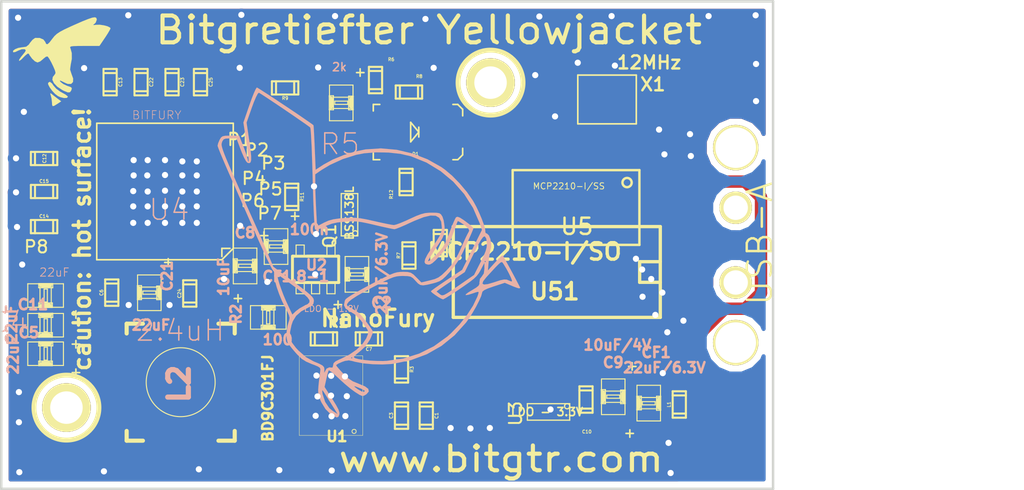
<source format=kicad_pcb>
(kicad_pcb (version 3) (host pcbnew "(2013-07-07 BZR 4022)-stable")
  (title_block (title "NanoFury NF1") (rev 0.5))
  (layers (15 F.Cu mixed) (0 B.Cu mixed) (19 F.Paste user) (20 B.SilkS user) (21 F.SilkS user) (22 B.Mask user) (23 F.Mask user) (28 Edge.Cuts user))
  (net 0 "")
  (net 1 /INMISO)
  (net 2 /INMOSI)
  (net 3 /INSCK)
  (net 4 /LED)
  (net 5 /MISO)
  (net 6 /MOSI)
  (net 7 /OMISO)
  (net 8 /OMOSI)
  (net 9 /OSC1)
  (net 10 /OSC2)
  (net 11 /OSCK)
  (net 12 /OUTCLK)
  (net 13 /SCK)
  (net 14 /SCK_OVR)
  (net 15 0V8)
  (net 16 1.8V)
  (net 17 3.3V)
  (net 18 GND)
  (net 19 N-000001)
  (net 20 N-000002)
  (net 21 N-0000025)
  (net 22 N-0000027)
  (net 23 N-0000028)
  (net 24 N-0000032)
  (net 25 USB_5V)
  (net 26 USB_DM)
  (net 27 USB_DP)
  (net 28 V_EN)
  (module SSOP-20 (layer F.Cu) (at 133.2992 81.5848 180)
    (fp_text reference U5 (at 2.87 -4.77 180) (layer F.SilkS) (effects (font (size 1.00076 1.00076) (thickness 0.14986))))
    (fp_text value MCP2210-I/SS (at 3.3655 -2.286 180) (layer F.SilkS) (effects (font (size 0.381 0.381) (thickness 0.0508))))
    (pad 7 smd rect (at 3.9 0 180) (size 0.4064 1.651) (layers F.Cu F.Paste F.Mask))
    (pad 8 smd rect (at 4.55 0 180) (size 0.4064 1.651) (layers F.Cu F.Paste F.Mask))
    (pad 9 smd rect (at 5.2 0 180) (size 0.4064 1.651) (layers F.Cu F.Paste F.Mask) (net 6 /MOSI))
    (pad 10 smd rect (at 5.85 0 180) (size 0.4064 1.651) (layers F.Cu F.Paste F.Mask))
    (pad 17 smd rect (at 1.95 -7.2 180) (size 0.4064 1.651) (layers F.Cu F.Paste F.Mask) (net 17 3.3V))
    (pad 4 smd rect (at 1.95 0 180) (size 0.4064 1.651) (layers F.Cu F.Paste F.Mask) (net 17 3.3V))
    (pad 5 smd rect (at 2.6 0 180) (size 0.4064 1.651) (layers F.Cu F.Paste F.Mask) (net 4 /LED))
    (pad 6 smd rect (at 3.25 0 180) (size 0.4064 1.651) (layers F.Cu F.Paste F.Mask))
    (pad 11 smd rect (at 5.85 -7.2 180) (size 0.4064 1.651) (layers F.Cu F.Paste F.Mask) (net 13 /SCK))
    (pad 12 smd rect (at 5.2 -7.2 180) (size 0.4064 1.651) (layers F.Cu F.Paste F.Mask) (net 14 /SCK_OVR))
    (pad 13 smd rect (at 4.55 -7.2 180) (size 0.4064 1.651) (layers F.Cu F.Paste F.Mask) (net 5 /MISO))
    (pad 14 smd rect (at 3.9 -7.2 180) (size 0.4064 1.651) (layers F.Cu F.Paste F.Mask) (net 28 V_EN))
    (pad 15 smd rect (at 3.25 -7.2 180) (size 0.4064 1.651) (layers F.Cu F.Paste F.Mask))
    (pad 16 smd rect (at 2.6 -7.2 180) (size 0.4064 1.651) (layers F.Cu F.Paste F.Mask))
    (pad 18 smd rect (at 1.3 -7.2 180) (size 0.4064 1.651) (layers F.Cu F.Paste F.Mask) (net 26 USB_DM))
    (pad 19 smd rect (at 0.65 -7.2 180) (size 0.4064 1.651) (layers F.Cu F.Paste F.Mask) (net 27 USB_DP))
    (pad 20 smd rect (at 0 -7.2 180) (size 0.4064 1.651) (layers F.Cu F.Paste F.Mask) (net 18 GND))
    (pad 1 smd rect (at 0 0 180) (size 0.4064 1.651) (layers F.Cu F.Paste F.Mask) (net 17 3.3V))
    (pad 2 smd rect (at 0.65 0 180) (size 0.4064 1.651) (layers F.Cu F.Paste F.Mask) (net 9 /OSC1))
    (pad 3 smd rect (at 1.3 0 180) (size 0.4064 1.651) (layers F.Cu F.Paste F.Mask) (net 10 /OSC2))
  )
  (module SOT23-5 (layer F.Cu) (at 114.34572 88.99398)
    (fp_text reference U2 (at 0.05588 -0.27178) (layer B.SilkS) (effects (font (size 0.635 0.635) (thickness 0.1524))))
    (fp_text value "LDO - 1.8V" (at 0.97028 2.42062) (layer B.SilkS) (effects (font (size 0.381 0.381) (thickness 0.0508))))
    (pad 1 smd rect (at -0.94996 1.29794) (size 0.54864 1.19888) (layers F.Cu F.Paste F.Mask) (net 25 USB_5V))
    (pad 2 smd rect (at 0 1.29794) (size 0.54864 1.19888) (layers F.Cu F.Paste F.Mask) (net 18 GND))
    (pad 3 smd rect (at 0.94996 1.29794) (size 0.54864 1.19888) (layers F.Cu F.Paste F.Mask) (net 28 V_EN))
    (pad 4 smd rect (at 0.94996 -1.29794) (size 0.54864 1.19888) (layers F.Cu F.Paste F.Mask) (net 18 GND))
    (pad 5 smd rect (at -0.94996 -1.29794) (size 0.54864 1.19888) (layers F.Cu F.Paste F.Mask) (net 16 1.8V))
  )
  (module Hole2mm (layer F.Cu) (at 125.1136 77.5)
    (fp_text reference Hole2mm1 hide)
    (fp_text value P*** hide)
    (pad 1 thru_hole circle (at 0 0) (size 3 3) (drill 2) (layers *.Cu *.Mask F.SilkS))
  )
  (module Hole2mm (layer F.Cu) (at 99.0136 97.5)
    (fp_text reference Hole2mm hide)
    (fp_text value P*** hide)
    (pad 1 thru_hole circle (at 0 0) (size 3 3) (drill 2) (layers *.Cu *.Mask F.SilkS))
  )
  (module CSTCE_G15C (layer F.Cu) (at 132.2832 78.5368 180)
    (fp_text reference X1 (at -2.8194 0.9271 180) (layer F.SilkS) (effects (font (size 0.8 0.8))))
    (fp_text value 12MHz (at -2.5908 2.2733 180) (layer F.SilkS) (effects (font (size 0.8 0.8))))
    (pad 3 smd rect (at 1.2 0 180) (size 0.635 2) (layers F.Cu F.Paste F.Mask) (net 10 /OSC2))
    (pad 1 smd rect (at -1.2 0 180) (size 0.635 2) (layers F.Cu F.Paste F.Mask) (net 9 /OSC1))
    (pad 2 smd rect (at 0 0 180) (size 0.635 2) (layers F.Cu F.Paste F.Mask) (net 18 GND))
  )
  (module TP (layer F.Cu) (at 109.8296 81.0006)
    (fp_text reference P1 (at -0.1651 0) (layer F.SilkS) (effects (font (size 0.762 0.762) (thickness 0.11938))))
    (fp_text value TST hide)
    (pad 1 smd rect (at 0 0) (size 0.635 0.635) (layers F.Cu F.Paste F.Mask) (net 3 /INSCK))
  )
  (module TP (layer F.Cu) (at 110.6932 81.661)
    (fp_text reference P2 (at 0.0381 -0.0127) (layer F.SilkS) (effects (font (size 0.762 0.762) (thickness 0.11938))))
    (fp_text value TST hide)
    (pad 1 smd rect (at 0 0) (size 0.635 0.635) (layers F.Cu F.Paste F.Mask) (net 2 /INMOSI))
  )
  (module TP (layer F.Cu) (at 111.5568 82.423)
    (fp_text reference P3 (at 0.1905 0.0381) (layer F.SilkS) (effects (font (size 0.762 0.762) (thickness 0.11938))))
    (fp_text value TST hide)
    (pad 1 smd rect (at 0 0) (size 0.635 0.635) (layers F.Cu F.Paste F.Mask) (net 1 /INMISO))
  )
  (module TP (layer F.Cu) (at 110.57382 83.2866)
    (fp_text reference P4 (at -0.02032 0.1143) (layer F.SilkS) (effects (font (size 0.762 0.762) (thickness 0.11938))))
    (fp_text value TST hide)
    (pad 1 smd rect (at 0 0) (size 0.635 0.635) (layers F.Cu F.Paste F.Mask) (net 7 /OMISO))
  )
  (module TP (layer F.Cu) (at 111.5949 83.90382)
    (fp_text reference P5 (at -0.0254 0.14478) (layer F.SilkS) (effects (font (size 0.762 0.762) (thickness 0.11938))))
    (fp_text value TST hide)
    (pad 1 smd rect (at 0 0) (size 0.635 0.635) (layers F.Cu F.Paste F.Mask) (net 8 /OMOSI))
  )
  (module TP (layer F.Cu) (at 110.55858 84.61248)
    (fp_text reference P6 (at -0.08128 0.14732) (layer F.SilkS) (effects (font (size 0.762 0.762) (thickness 0.11938))))
    (fp_text value TST hide)
    (pad 1 smd rect (at 0 0) (size 0.635 0.635) (layers F.Cu F.Paste F.Mask) (net 11 /OSCK))
  )
  (module TP (layer F.Cu) (at 98.38944 88.06688)
    (fp_text reference P8 (at -1.23444 -0.46228) (layer F.SilkS) (effects (font (size 0.762 0.762) (thickness 0.11938))))
    (fp_text value TST hide)
    (pad 1 smd rect (at 0 0) (size 0.635 0.635) (layers F.Cu F.Paste F.Mask) (net 15 0V8))
  )
  (module TP (layer F.Cu) (at 111.57204 85.29066)
    (fp_text reference P7 (at -0.05334 0.25654) (layer F.SilkS) (effects (font (size 0.762 0.762) (thickness 0.11938))))
    (fp_text value TST hide)
    (pad 1 smd rect (at 0 0) (size 0.635 0.635) (layers F.Cu F.Paste F.Mask) (net 12 /OUTCLK))
  )
  (module 0805 (layer F.Cu) (at 97.7392 90.6018 180)
    (fp_text reference C4 (at 2.286 -1.651 180) (layer B.SilkS) (effects (font (size 1.27 1.27) (thickness 0.0889))))
    (fp_text value 22uF (at -0.5334 1.4224 180) (layer B.SilkS) (effects (font (size 0.508 0.508) (thickness 0.0508))))
    (pad 1 smd rect (at -0.89916 0 180) (size 1.09982 1.4986) (layers F.Cu F.Paste F.Mask) (net 15 0V8))
    (pad 2 smd rect (at 0.89916 0 180) (size 1.09982 1.4986) (layers F.Cu F.Paste F.Mask) (net 18 GND))
  )
  (module 0805 (layer F.Cu) (at 115.9256 78.74 270)
    (fp_text reference R5 (at 2.54 0.0762 360) (layer B.SilkS) (effects (font (size 1.27 1.27) (thickness 0.0889))))
    (fp_text value 2k (at -2.1971 0.1143 360) (layer B.SilkS) (effects (font (size 0.508 0.508) (thickness 0.0889))))
    (pad 1 smd rect (at -0.89916 0 270) (size 1.09982 1.4986) (layers F.Cu F.Paste F.Mask) (net 3 /INSCK))
    (pad 2 smd rect (at 0.89916 0 270) (size 1.09982 1.4986) (layers F.Cu F.Paste F.Mask) (net 14 /SCK_OVR))
  )
  (module HTSOP-J8 (layer F.Cu) (at 117.2464 99.2124 90)
    (fp_text reference U1 (at -0.0635 -1.5875 180) (layer F.SilkS) (effects (font (size 0.635 0.635) (thickness 0.1524))))
    (fp_text value BD9C301FJ (at 2.2987 -5.842 90) (layer F.SilkS) (effects (font (size 0.635 0.635) (thickness 0.1524))))
    (pad 4 smd rect (at 4.355 0.725 90) (size 0.55 1.2) (layers F.Cu F.Paste F.Mask) (net 19 N-000001))
    (pad 1 smd rect (at 0.545 0.725 90) (size 0.55 1.2) (layers F.Cu F.Paste F.Mask) (net 18 GND))
    (pad 2 smd rect (at 1.815 0.725 90) (size 0.55 1.2) (layers F.Cu F.Paste F.Mask) (net 25 USB_5V))
    (pad 3 smd rect (at 3.085 0.725 90) (size 0.55 1.2) (layers F.Cu F.Paste F.Mask) (net 18 GND))
    (pad 6 smd rect (at 3.085 -4.625 90) (size 0.55 1.2) (layers F.Cu F.Paste F.Mask) (net 28 V_EN))
    (pad 7 smd rect (at 1.815 -4.625 90) (size 0.55 1.2) (layers F.Cu F.Paste F.Mask) (net 20 N-000002))
    (pad 8 smd rect (at 0.545 -4.625 90) (size 0.55 1.2) (layers F.Cu F.Paste F.Mask) (net 20 N-000002))
    (pad 5 smd rect (at 4.355 -4.625 90) (size 0.55 1.2) (layers F.Cu F.Paste F.Mask) (net 23 N-0000028))
    (pad 9 smd rect (at 2.45 -1.95 90) (size 3.6 2.8) (layers F.Cu F.Paste F.Mask) (net 18 GND))
  )
  (module 2PLCC (layer F.Cu) (at 120.4976 80.5434 180)
    (fp_text reference D1 (at 0 -1.3462 180) (layer F.SilkS) (effects (font (size 0.20066 0.20066) (thickness 0.04064))))
    (fp_text value LED hide)
    (pad 1 smd rect (at 1.5 0 180) (size 1.5 2.6) (layers F.Cu F.Paste F.Mask) (net 21 N-0000025))
    (pad 2 smd rect (at -1.5 0 180) (size 1.5 2.6) (layers F.Cu F.Paste F.Mask) (net 18 GND))
  )
  (module 0603 (layer F.Cu) (at 119.9134 83.6168 270)
    (fp_text reference R12 (at 0.762 0.9144 270) (layer F.SilkS) (effects (font (size 0.20066 0.20066) (thickness 0.04064))))
    (fp_text value 1k hide)
    (pad 1 smd rect (at 0.75184 0 270) (size 0.89916 1.00076) (layers F.Cu F.Paste F.Mask) (net 4 /LED))
    (pad 2 smd rect (at -0.75184 0 270) (size 0.89916 1.00076) (layers F.Cu F.Paste F.Mask) (net 21 N-0000025))
  )
  (module 0603 (layer F.Cu) (at 130.9878 97.0026 90)
    (fp_text reference C10 (at -1.9812 0.0508 180) (layer F.SilkS) (effects (font (size 0.20066 0.20066) (thickness 0.04064))))
    (fp_text value 100n hide)
    (pad 1 smd rect (at 0.75184 0 90) (size 0.89916 1.00076) (layers F.Cu F.Paste F.Mask) (net 17 3.3V))
    (pad 2 smd rect (at -0.75184 0 90) (size 0.89916 1.00076) (layers F.Cu F.Paste F.Mask) (net 18 GND))
  )
  (module 0603 (layer F.Cu) (at 118.0338 77.343 90)
    (fp_text reference R6 (at 1.27 0.9652 180) (layer F.SilkS) (effects (font (size 0.20066 0.20066) (thickness 0.04064))))
    (fp_text value 2k hide)
    (pad 1 smd rect (at 0.75184 0 90) (size 0.89916 1.00076) (layers F.Cu F.Paste F.Mask) (net 18 GND))
    (pad 2 smd rect (at -0.75184 0 90) (size 0.89916 1.00076) (layers F.Cu F.Paste F.Mask) (net 2 /INMOSI))
  )
  (module 0603 (layer F.Cu) (at 112.4712 77.8256 180)
    (fp_text reference R9 (at 0 -0.635 180) (layer F.SilkS) (effects (font (size 0.20066 0.20066) (thickness 0.04064))))
    (fp_text value 2k hide)
    (pad 1 smd rect (at 0.75184 0 180) (size 0.89916 1.00076) (layers F.Cu F.Paste F.Mask) (net 18 GND))
    (pad 2 smd rect (at -0.75184 0 180) (size 0.89916 1.00076) (layers F.Cu F.Paste F.Mask) (net 3 /INSCK))
  )
  (module 0603 (layer F.Cu) (at 120.0912 78.0796)
    (fp_text reference R8 (at 0.635 -0.9652) (layer F.SilkS) (effects (font (size 0.20066 0.20066) (thickness 0.04064))))
    (fp_text value 2K hide)
    (pad 1 smd rect (at 0.75184 0) (size 0.89916 1.00076) (layers F.Cu F.Paste F.Mask) (net 6 /MOSI))
    (pad 2 smd rect (at -0.75184 0) (size 0.89916 1.00076) (layers F.Cu F.Paste F.Mask) (net 2 /INMOSI))
  )
  (module 0603 (layer F.Cu) (at 121.158 97.9932 270)
    (fp_text reference C1 (at 0 -0.635 270) (layer F.SilkS) (effects (font (size 0.20066 0.20066) (thickness 0.04064))))
    (fp_text value 100nF hide)
    (pad 1 smd rect (at 0.75184 0 270) (size 0.89916 1.00076) (layers F.Cu F.Paste F.Mask) (net 18 GND))
    (pad 2 smd rect (at -0.75184 0 270) (size 0.89916 1.00076) (layers F.Cu F.Paste F.Mask) (net 25 USB_5V))
  )
  (module 0603 (layer F.Cu) (at 136.7282 97.3074 90)
    (fp_text reference L1 (at 0 -0.635 90) (layer F.SilkS) (effects (font (size 0.20066 0.20066) (thickness 0.04064))))
    (fp_text value 10R@100MHz hide)
    (pad 1 smd rect (at 0.75184 0 90) (size 0.89916 1.00076) (layers F.Cu F.Paste F.Mask) (net 24 N-0000032))
    (pad 2 smd rect (at -0.75184 0 90) (size 0.89916 1.00076) (layers F.Cu F.Paste F.Mask) (net 25 USB_5V))
  )
  (module 0603 (layer F.Cu) (at 122.0216 87.376 270)
    (fp_text reference R4 (at 0 -0.635 270) (layer F.SilkS) (effects (font (size 0.20066 0.20066) (thickness 0.04064))))
    (fp_text value 2k hide)
    (pad 1 smd rect (at 0.75184 0 270) (size 0.89916 1.00076) (layers F.Cu F.Paste F.Mask) (net 5 /MISO))
    (pad 2 smd rect (at -0.75184 0 270) (size 0.89916 1.00076) (layers F.Cu F.Paste F.Mask) (net 17 3.3V))
  )
  (module 0603 (layer F.Cu) (at 119.634 95.1484 270)
    (fp_text reference R3 (at 0 -0.635 270) (layer F.SilkS) (effects (font (size 0.20066 0.20066) (thickness 0.04064))))
    (fp_text value 2.4k hide)
    (pad 1 smd rect (at 0.75184 0 270) (size 0.89916 1.00076) (layers F.Cu F.Paste F.Mask) (net 18 GND))
    (pad 2 smd rect (at -0.75184 0 270) (size 0.89916 1.00076) (layers F.Cu F.Paste F.Mask) (net 19 N-000001))
  )
  (module 0603 (layer F.Cu) (at 114.8588 93.2688)
    (fp_text reference R1 (at 0.889 -1.0287) (layer F.SilkS) (effects (font (size 0.635 0.635) (thickness 0.1524))))
    (fp_text value 13k hide)
    (pad 1 smd rect (at 0.75184 0) (size 0.89916 1.00076) (layers F.Cu F.Paste F.Mask) (net 22 N-0000027))
    (pad 2 smd rect (at -0.75184 0) (size 0.89916 1.00076) (layers F.Cu F.Paste F.Mask) (net 23 N-0000028))
  )
  (module 0603 (layer F.Cu) (at 107.2642 77.47 270)
    (fp_text reference C25 (at 0 -0.635 270) (layer F.SilkS) (effects (font (size 0.20066 0.20066) (thickness 0.04064))))
    (fp_text value 100nF hide)
    (pad 1 smd rect (at 0.75184 0 270) (size 0.89916 1.00076) (layers F.Cu F.Paste F.Mask) (net 15 0V8))
    (pad 2 smd rect (at -0.75184 0 270) (size 0.89916 1.00076) (layers F.Cu F.Paste F.Mask) (net 18 GND))
  )
  (module 0603 (layer F.Cu) (at 106.6038 90.4748 90)
    (fp_text reference C24 (at 0 -0.635 90) (layer F.SilkS) (effects (font (size 0.20066 0.20066) (thickness 0.04064))))
    (fp_text value 100nF hide)
    (pad 1 smd rect (at 0.75184 0 90) (size 0.89916 1.00076) (layers F.Cu F.Paste F.Mask) (net 15 0V8))
    (pad 2 smd rect (at -0.75184 0 90) (size 0.89916 1.00076) (layers F.Cu F.Paste F.Mask) (net 18 GND))
  )
  (module 0603 (layer F.Cu) (at 105.5116 77.47 270)
    (fp_text reference C23 (at 0 -0.635 270) (layer F.SilkS) (effects (font (size 0.20066 0.20066) (thickness 0.04064))))
    (fp_text value 100nF hide)
    (pad 1 smd rect (at 0.75184 0 270) (size 0.89916 1.00076) (layers F.Cu F.Paste F.Mask) (net 15 0V8))
    (pad 2 smd rect (at -0.75184 0 270) (size 0.89916 1.00076) (layers F.Cu F.Paste F.Mask) (net 18 GND))
  )
  (module 0603 (layer F.Cu) (at 103.6066 77.47 270)
    (fp_text reference C22 (at 0 -0.635 270) (layer F.SilkS) (effects (font (size 0.20066 0.20066) (thickness 0.04064))))
    (fp_text value 100nF hide)
    (pad 1 smd rect (at 0.75184 0 270) (size 0.89916 1.00076) (layers F.Cu F.Paste F.Mask) (net 15 0V8))
    (pad 2 smd rect (at -0.75184 0 270) (size 0.89916 1.00076) (layers F.Cu F.Paste F.Mask) (net 18 GND))
  )
  (module 0603 (layer F.Cu) (at 97.6376 84.201)
    (fp_text reference C15 (at 0 -0.635) (layer F.SilkS) (effects (font (size 0.20066 0.20066) (thickness 0.04064))))
    (fp_text value 100nF hide)
    (pad 1 smd rect (at 0.75184 0) (size 0.89916 1.00076) (layers F.Cu F.Paste F.Mask) (net 15 0V8))
    (pad 2 smd rect (at -0.75184 0) (size 0.89916 1.00076) (layers F.Cu F.Paste F.Mask) (net 18 GND))
  )
  (module 0603 (layer F.Cu) (at 97.6376 86.36)
    (fp_text reference C14 (at 0 -0.635) (layer F.SilkS) (effects (font (size 0.20066 0.20066) (thickness 0.04064))))
    (fp_text value 100nF hide)
    (pad 1 smd rect (at 0.75184 0) (size 0.89916 1.00076) (layers F.Cu F.Paste F.Mask) (net 15 0V8))
    (pad 2 smd rect (at -0.75184 0) (size 0.89916 1.00076) (layers F.Cu F.Paste F.Mask) (net 18 GND))
  )
  (module 0603 (layer F.Cu) (at 101.7016 77.47 270)
    (fp_text reference C13 (at 0 -0.635 270) (layer F.SilkS) (effects (font (size 0.20066 0.20066) (thickness 0.04064))))
    (fp_text value 100nF hide)
    (pad 1 smd rect (at 0.75184 0 270) (size 0.89916 1.00076) (layers F.Cu F.Paste F.Mask) (net 15 0V8))
    (pad 2 smd rect (at -0.75184 0 270) (size 0.89916 1.00076) (layers F.Cu F.Paste F.Mask) (net 18 GND))
  )
  (module 0603 (layer F.Cu) (at 97.6376 82.169)
    (fp_text reference C12 (at 0.0254 0 90) (layer F.SilkS) (effects (font (size 0.20066 0.20066) (thickness 0.04064))))
    (fp_text value 100nF hide)
    (pad 1 smd rect (at 0.75184 0) (size 0.89916 1.00076) (layers F.Cu F.Paste F.Mask) (net 15 0V8))
    (pad 2 smd rect (at -0.75184 0) (size 0.89916 1.00076) (layers F.Cu F.Paste F.Mask) (net 18 GND))
  )
  (module 0603 (layer F.Cu) (at 117.6274 93.2688 180)
    (fp_text reference C7 (at 0 -0.635 180) (layer F.SilkS) (effects (font (size 0.20066 0.20066) (thickness 0.04064))))
    (fp_text value 1.1n hide)
    (pad 1 smd rect (at 0.75184 0 180) (size 0.89916 1.00076) (layers F.Cu F.Paste F.Mask) (net 22 N-0000027))
    (pad 2 smd rect (at -0.75184 0 180) (size 0.89916 1.00076) (layers F.Cu F.Paste F.Mask) (net 18 GND))
  )
  (module 0603 (layer F.Cu) (at 101.8032 90.424 90)
    (fp_text reference C6 (at 0 -0.635 90) (layer F.SilkS) (effects (font (size 0.20066 0.20066) (thickness 0.04064))))
    (fp_text value 100nF hide)
    (pad 1 smd rect (at 0.75184 0 90) (size 0.89916 1.00076) (layers F.Cu F.Paste F.Mask) (net 15 0V8))
    (pad 2 smd rect (at -0.75184 0 90) (size 0.89916 1.00076) (layers F.Cu F.Paste F.Mask) (net 18 GND))
  )
  (module 0603 (layer F.Cu) (at 119.634 97.9932 90)
    (fp_text reference C3 (at 0 -0.635 90) (layer F.SilkS) (effects (font (size 0.20066 0.20066) (thickness 0.04064))))
    (fp_text value 100nF hide)
    (pad 1 smd rect (at 0.75184 0 90) (size 0.89916 1.00076) (layers F.Cu F.Paste F.Mask) (net 25 USB_5V))
    (pad 2 smd rect (at -0.75184 0 90) (size 0.89916 1.00076) (layers F.Cu F.Paste F.Mask) (net 18 GND))
  )
  (module 0603 (layer F.Cu) (at 120.0912 88.138 90)
    (fp_text reference R7 (at 0 -0.635 90) (layer F.SilkS) (effects (font (size 0.20066 0.20066) (thickness 0.04064))))
    (fp_text value 1k hide)
    (pad 1 smd rect (at 0.75184 0 90) (size 0.89916 1.00076) (layers F.Cu F.Paste F.Mask) (net 14 /SCK_OVR))
    (pad 2 smd rect (at -0.75184 0 90) (size 0.89916 1.00076) (layers F.Cu F.Paste F.Mask) (net 13 /SCK))
  )
  (module 0603 (layer F.Cu) (at 112.8776 84.5312 270)
    (fp_text reference R11 (at 0 -0.635 270) (layer F.SilkS) (effects (font (size 0.20066 0.20066) (thickness 0.04064))))
    (fp_text value 1k hide)
    (pad 1 smd rect (at 0.75184 0 270) (size 0.89916 1.00076) (layers F.Cu F.Paste F.Mask) (net 12 /OUTCLK))
    (pad 2 smd rect (at -0.75184 0 270) (size 0.89916 1.00076) (layers F.Cu F.Paste F.Mask) (net 18 GND))
  )
  (module SOT23 (layer F.Cu) (at 116.4336 85.598 90)
    (fp_text reference Q1 (at -1.3462 -1.2192 90) (layer F.SilkS) (effects (font (size 0.762 0.762) (thickness 0.11938))))
    (fp_text value BSS138L (at 0.0635 0 90) (layer F.SilkS) (effects (font (size 0.50038 0.50038) (thickness 0.09906))))
    (pad 3 smd rect (at 0 -1.09982 90) (size 0.8001 1.00076) (layers F.Cu F.Paste F.Mask) (net 5 /MISO))
    (pad 2 smd rect (at 0.9525 1.09982 90) (size 0.8001 1.00076) (layers F.Cu F.Paste F.Mask) (net 1 /INMISO))
    (pad 1 smd rect (at -0.9525 1.09982 90) (size 0.8001 1.00076) (layers F.Cu F.Paste F.Mask) (net 16 1.8V))
  )
  (module 0805 (layer F.Cu) (at 104.1146 90.424 270)
    (fp_text reference C21 (at -1.016 -1.0922 270) (layer B.SilkS) (effects (font (size 0.635 0.635) (thickness 0.15875))))
    (fp_text value 22uF (at 2 -0.1 360) (layer B.SilkS) (effects (font (size 0.635 0.635) (thickness 0.1524))))
    (pad 1 smd rect (at -0.89916 0 270) (size 1.09982 1.4986) (layers F.Cu F.Paste F.Mask) (net 15 0V8))
    (pad 2 smd rect (at 0.89916 0 270) (size 1.09982 1.4986) (layers F.Cu F.Paste F.Mask) (net 18 GND))
  )
  (module 0805 (layer F.Cu) (at 97.7392 92.4306 180)
    (fp_text reference C11 (at 0.7874 1.27 180) (layer B.SilkS) (effects (font (size 0.635 0.635) (thickness 0.15875))))
    (fp_text value 22uF (at 2.0955 0.0762 270) (layer B.SilkS) (effects (font (size 0.635 0.635) (thickness 0.1524))))
    (pad 1 smd rect (at -0.89916 0 180) (size 1.09982 1.4986) (layers F.Cu F.Paste F.Mask) (net 15 0V8))
    (pad 2 smd rect (at 0.89916 0 180) (size 1.09982 1.4986) (layers F.Cu F.Paste F.Mask) (net 18 GND))
  )
  (module 0805 (layer F.Cu) (at 97.7392 94.1832 180)
    (fp_text reference C5 (at 1.0414 1.2954 180) (layer B.SilkS) (effects (font (size 0.635 0.635) (thickness 0.15875))))
    (fp_text value 22uF (at 2 -0.1 270) (layer B.SilkS) (effects (font (size 0.635 0.635) (thickness 0.1524))))
    (pad 1 smd rect (at -0.89916 0 180) (size 1.09982 1.4986) (layers F.Cu F.Paste F.Mask) (net 15 0V8))
    (pad 2 smd rect (at 0.89916 0 180) (size 1.09982 1.4986) (layers F.Cu F.Paste F.Mask) (net 18 GND))
  )
  (module 0805 (layer F.Cu) (at 111.4298 91.948)
    (fp_text reference R2 (at -1.9812 -0.2032 90) (layer B.SilkS) (effects (font (size 0.635 0.635) (thickness 0.15875))))
    (fp_text value 100 (at 0.5842 1.3716) (layer B.SilkS) (effects (font (size 0.635 0.635) (thickness 0.1524))))
    (pad 1 smd rect (at -0.89916 0) (size 1.09982 1.4986) (layers F.Cu F.Paste F.Mask) (net 15 0V8))
    (pad 2 smd rect (at 0.89916 0) (size 1.09982 1.4986) (layers F.Cu F.Paste F.Mask) (net 19 N-000001))
  )
  (module 0805 (layer F.Cu) (at 116.8908 89.3064 90)
    (fp_text reference C2 (at -1.7399 1.5113 180) (layer B.SilkS) (effects (font (size 0.635 0.635) (thickness 0.15875))))
    (fp_text value 22uF/6.3V (at 0.0508 1.5367 90) (layer B.SilkS) (effects (font (size 0.635 0.635) (thickness 0.1524))))
    (pad 1 smd rect (at -0.89916 0 90) (size 1.09982 1.4986) (layers F.Cu F.Paste F.Mask) (net 25 USB_5V))
    (pad 2 smd rect (at 0.89916 0 90) (size 1.09982 1.4986) (layers F.Cu F.Paste F.Mask) (net 18 GND))
  )
  (module 0805 (layer F.Cu) (at 134.8486 97.2312 90)
    (fp_text reference CF1 (at 3.1242 0.4572 180) (layer B.SilkS) (effects (font (size 0.635 0.635) (thickness 0.15875))))
    (fp_text value 22uF/6.3V (at 2.1844 0.9652 180) (layer B.SilkS) (effects (font (size 0.635 0.635) (thickness 0.1524))))
    (pad 1 smd rect (at -0.89916 0 90) (size 1.09982 1.4986) (layers F.Cu F.Paste F.Mask) (net 25 USB_5V))
    (pad 2 smd rect (at 0.89916 0 90) (size 1.09982 1.4986) (layers F.Cu F.Paste F.Mask) (net 18 GND))
  )
  (module 0805 (layer F.Cu) (at 110.0074 88.773 270)
    (fp_text reference C8 (at -2.032 0 360) (layer B.SilkS) (effects (font (size 0.635 0.635) (thickness 0.15875))))
    (fp_text value 10uF (at 0.6858 1.3208 270) (layer B.SilkS) (effects (font (size 0.635 0.635) (thickness 0.1524))))
    (pad 1 smd rect (at -0.89916 0 270) (size 1.09982 1.4986) (layers F.Cu F.Paste F.Mask) (net 16 1.8V))
    (pad 2 smd rect (at 0.89916 0 270) (size 1.09982 1.4986) (layers F.Cu F.Paste F.Mask) (net 18 GND))
  )
  (module 0805 (layer F.Cu) (at 132.6642 96.8248 270)
    (fp_text reference C9 (at -2.1 0 360) (layer B.SilkS) (effects (font (size 0.635 0.635) (thickness 0.15875))))
    (fp_text value 10uF/4V (at -3.175 -0.254 360) (layer B.SilkS) (effects (font (size 0.635 0.635) (thickness 0.1524))))
    (pad 1 smd rect (at -0.89916 0 270) (size 1.09982 1.4986) (layers F.Cu F.Paste F.Mask) (net 17 3.3V))
    (pad 2 smd rect (at 0.89916 0 270) (size 1.09982 1.4986) (layers F.Cu F.Paste F.Mask) (net 18 GND))
  )
  (module 0805 (layer F.Cu) (at 111.9124 87.5792 270)
    (fp_text reference CF1.8-1 (at 1.8542 -1.2192 360) (layer B.SilkS) (effects (font (size 0.635 0.635) (thickness 0.15875))))
    (fp_text value 100n (at -1.0414 -2.0574 360) (layer B.SilkS) (effects (font (size 0.635 0.635) (thickness 0.1524))))
    (pad 1 smd rect (at -0.89916 0 270) (size 1.09982 1.4986) (layers F.Cu F.Paste F.Mask) (net 16 1.8V))
    (pad 2 smd rect (at 0.89916 0 270) (size 1.09982 1.4986) (layers F.Cu F.Paste F.Mask) (net 18 GND))
  )
  (module CNC-1001-011-01101 (layer F.Cu) (at 140.2 87.5 270)
    (fp_text reference CN1 hide)
    (fp_text value USB-A (at -0.0986 -1.4939 270) (layer F.SilkS) (effects (font (size 1.5 1.5))))
    (pad 5 smd rect (at 3.5 2.8 270) (size 1.1 2.3) (layers F.Cu F.Paste F.Mask) (net 18 GND))
    (pad 3 smd rect (at 1 2.8 270) (size 1.1 2.3) (layers F.Cu F.Paste F.Mask) (net 27 USB_DP))
    (pad 1 smd rect (at -3.5 2.8 270) (size 1.1 2.3) (layers F.Cu F.Paste F.Mask) (net 24 N-0000032))
    (pad "" thru_hole circle (at -6 0 270) (size 2.8 2.8) (drill 2.5) (layers *.Cu *.Mask F.SilkS))
    (pad "" thru_hole circle (at 6 0 270) (size 2.8 2.8) (drill 2.5) (layers *.Cu *.Mask F.SilkS))
    (pad "" thru_hole circle (at -2.3 0 270) (size 2 2) (drill 1.5) (layers *.Cu *.Mask F.SilkS))
    (pad "" thru_hole circle (at 2.3 0 270) (size 2 2) (drill 1.5) (layers *.Cu *.Mask F.SilkS))
    (pad 2 smd rect (at -1 2.8 270) (size 1.1 2.3) (layers F.Cu F.Paste F.Mask) (net 26 USB_DM))
  )
  (module QFN48 (layer F.Cu) (at 105.0798 84.201 180)
    (fp_text reference U4 (at -0.254 -1.1176 180) (layer B.SilkS) (effects (font (size 1.27 1.27) (thickness 0.0889))))
    (fp_text value BITFURY (at 0.508 4.699 180) (layer B.SilkS) (effects (font (size 0.508 0.508) (thickness 0.0381))))
    (pad 13 smd rect (at -2.75 3.55 180) (size 0.3 1) (layers F.Cu F.Paste F.Mask) (net 15 0V8))
    (pad 25 smd rect (at 3.55 2.75 180) (size 1 0.3) (layers F.Cu F.Paste F.Mask) (net 15 0V8))
    (pad 26 smd rect (at 3.55 2.25 180) (size 1 0.3) (layers F.Cu F.Paste F.Mask) (net 15 0V8))
    (pad 28 smd rect (at 3.55 1.25 180) (size 1 0.3) (layers F.Cu F.Paste F.Mask) (net 15 0V8))
    (pad 27 smd rect (at 3.55 1.75 180) (size 1 0.3) (layers F.Cu F.Paste F.Mask) (net 15 0V8))
    (pad 29 smd rect (at 3.55 0.75 180) (size 1 0.3) (layers F.Cu F.Paste F.Mask) (net 15 0V8))
    (pad 30 smd rect (at 3.55 0.25 180) (size 1 0.3) (layers F.Cu F.Paste F.Mask) (net 15 0V8))
    (pad 36 smd rect (at 3.55 -2.75 180) (size 1 0.3) (layers F.Cu F.Paste F.Mask) (net 15 0V8))
    (pad 35 smd rect (at 3.55 -2.25 180) (size 1 0.3) (layers F.Cu F.Paste F.Mask) (net 15 0V8))
    (pad 33 smd rect (at 3.55 -1.25 180) (size 1 0.3) (layers F.Cu F.Paste F.Mask) (net 15 0V8))
    (pad 34 smd rect (at 3.55 -1.75 180) (size 1 0.3) (layers F.Cu F.Paste F.Mask) (net 15 0V8))
    (pad 32 smd rect (at 3.55 -0.75 180) (size 1 0.3) (layers F.Cu F.Paste F.Mask) (net 15 0V8))
    (pad 31 smd rect (at 3.55 -0.25 180) (size 1 0.3) (layers F.Cu F.Paste F.Mask) (net 15 0V8))
    (pad 1 smd rect (at -3.55 -2.75 180) (size 1 0.3) (layers F.Cu F.Paste F.Mask) (net 18 GND))
    (pad 3 smd rect (at -3.55 -1.748 180) (size 1 0.3) (layers F.Cu F.Paste F.Mask) (net 18 GND))
    (pad 2 smd rect (at -3.55 -2.25 180) (size 1 0.3) (layers F.Cu F.Paste F.Mask) (net 18 GND))
    (pad 5 smd rect (at -3.55 -0.75 180) (size 1 0.3) (layers F.Cu F.Paste F.Mask) (net 12 /OUTCLK))
    (pad 6 smd rect (at -3.55 -0.25 180) (size 1 0.3) (layers F.Cu F.Paste F.Mask) (net 11 /OSCK))
    (pad 4 smd rect (at -3.55 -1.25 180) (size 1 0.3) (layers F.Cu F.Paste F.Mask) (net 16 1.8V))
    (pad 10 smd rect (at -3.55 1.75 180) (size 1 0.3) (layers F.Cu F.Paste F.Mask) (net 2 /INMOSI))
    (pad 12 smd rect (at -3.55 2.75 180) (size 1 0.3) (layers F.Cu F.Paste F.Mask) (net 18 GND))
    (pad 11 smd rect (at -3.55 2.25 180) (size 1 0.3) (layers F.Cu F.Paste F.Mask) (net 3 /INSCK))
    (pad 8 smd rect (at -3.55 0.75 180) (size 1 0.3) (layers F.Cu F.Paste F.Mask) (net 7 /OMISO))
    (pad 9 smd rect (at -3.55 1.25 180) (size 1 0.3) (layers F.Cu F.Paste F.Mask) (net 1 /INMISO))
    (pad 7 smd rect (at -3.55 0.25 180) (size 1 0.3) (layers F.Cu F.Paste F.Mask) (net 8 /OMOSI))
    (pad 49 smd rect (at 0 0 180) (size 5 5) (layers F.Cu F.Mask) (net 18 GND))
    (pad 47 smd rect (at -2.25 -3.55 180) (size 0.3 1) (layers F.Cu F.Paste F.Mask) (net 15 0V8))
    (pad 48 smd rect (at -2.75 -3.55 180) (size 0.3 1) (layers F.Cu F.Paste F.Mask) (net 15 0V8))
    (pad 45 smd rect (at -1.25 -3.55 180) (size 0.3 1) (layers F.Cu F.Paste F.Mask) (net 15 0V8))
    (pad 44 smd rect (at -0.75 -3.55 180) (size 0.3 1) (layers F.Cu F.Paste F.Mask) (net 15 0V8))
    (pad 46 smd rect (at -1.75 -3.55 180) (size 0.3 1) (layers F.Cu F.Paste F.Mask) (net 15 0V8))
    (pad 39 smd rect (at 1.75 -3.55 180) (size 0.3 1) (layers F.Cu F.Paste F.Mask) (net 15 0V8))
    (pad 37 smd rect (at 2.75 -3.55 180) (size 0.3 1) (layers F.Cu F.Paste F.Mask) (net 15 0V8))
    (pad 38 smd rect (at 2.25 -3.55 180) (size 0.3 1) (layers F.Cu F.Paste F.Mask) (net 15 0V8))
    (pad 41 smd rect (at 0.75 -3.55 180) (size 0.3 1) (layers F.Cu F.Paste F.Mask) (net 15 0V8))
    (pad 40 smd rect (at 1.25 -3.55 180) (size 0.3 1) (layers F.Cu F.Paste F.Mask) (net 15 0V8))
    (pad 42 smd rect (at 0.25 -3.55 180) (size 0.3 1) (layers F.Cu F.Paste F.Mask) (net 15 0V8))
    (pad 43 smd rect (at -0.25 -3.55 180) (size 0.3 1) (layers F.Cu F.Paste F.Mask) (net 15 0V8))
    (pad 14 smd rect (at -2.25 3.55 180) (size 0.3 1) (layers F.Cu F.Paste F.Mask) (net 15 0V8))
    (pad 16 smd rect (at -1.25 3.55 180) (size 0.3 1) (layers F.Cu F.Paste F.Mask) (net 15 0V8))
    (pad 17 smd rect (at -0.75 3.55 180) (size 0.3 1) (layers F.Cu F.Paste F.Mask) (net 15 0V8))
    (pad 15 smd rect (at -1.75 3.55 180) (size 0.3 1) (layers F.Cu F.Paste F.Mask) (net 15 0V8))
    (pad 22 smd rect (at 1.75 3.55 180) (size 0.3 1) (layers F.Cu F.Paste F.Mask) (net 15 0V8))
    (pad 24 smd rect (at 2.75 3.55 180) (size 0.3 1) (layers F.Cu F.Paste F.Mask) (net 15 0V8))
    (pad 23 smd rect (at 2.25 3.55 180) (size 0.3 1) (layers F.Cu F.Paste F.Mask) (net 15 0V8))
    (pad 20 smd rect (at 0.75 3.55 180) (size 0.3 1) (layers F.Cu F.Paste F.Mask) (net 15 0V8))
    (pad 21 smd rect (at 1.25 3.55 180) (size 0.3 1) (layers F.Cu F.Paste F.Mask) (net 15 0V8))
    (pad 19 smd rect (at 0.25 3.55 180) (size 0.3 1) (layers F.Cu F.Paste F.Mask) (net 15 0V8))
    (pad 18 smd rect (at -0.25 3.55 180) (size 0.3 1) (layers F.Cu F.Paste F.Mask) (net 15 0V8))
    (pad 49 smd rect (at -1.125 -1.125 180) (size 2 2) (layers F.Cu F.Paste F.Mask) (net 18 GND))
    (pad 49 smd rect (at -1.125 1.125 180) (size 2 2) (layers F.Cu F.Paste F.Mask) (net 18 GND))
    (pad 49 smd rect (at 1.125 -1.125 180) (size 2 2) (layers F.Cu F.Paste F.Mask) (net 18 GND))
    (pad 49 smd rect (at 1.125 1.125 180) (size 2 2) (layers F.Cu F.Paste F.Mask) (net 18 GND))
  )
  (module SOT23 (layer F.Cu) (at 128.651 97.7646 180)
    (fp_text reference U3 (at 1.99898 -0.09906 270) (layer F.SilkS) (effects (font (size 0.762 0.762) (thickness 0.11938))))
    (fp_text value "LDO - 3.3V" (at 0.0635 0 180) (layer F.SilkS) (effects (font (size 0.50038 0.50038) (thickness 0.09906))))
    (pad 3 smd rect (at 0 -1.09982 180) (size 0.8001 1.00076) (layers F.Cu F.Paste F.Mask) (net 25 USB_5V))
    (pad 2 smd rect (at 0.9525 1.09982 180) (size 0.8001 1.00076) (layers F.Cu F.Paste F.Mask) (net 17 3.3V))
    (pad 1 smd rect (at -0.9525 1.09982 180) (size 0.8001 1.00076) (layers F.Cu F.Paste F.Mask) (net 18 GND))
  )
  (module 0630 (layer F.Cu) (at 106.045 95.9358 270)
    (fp_text reference L2 (at 0.1 0.1 270) (layer B.SilkS) (effects (font (size 1.27 1.27) (thickness 0.3175))))
    (fp_text value 2.4uH (at -3.175 0.0254 360) (layer B.SilkS) (effects (font (size 1.27 1.27) (thickness 0.0889))))
    (pad 1 smd rect (at 0 -2.35 270) (size 5.7 2.35) (layers F.Cu F.Paste F.Mask) (net 20 N-000002))
    (pad 2 smd rect (at 0 2.35 270) (size 5.7 2.35) (layers F.Cu F.Paste F.Mask) (net 15 0V8))
  )
  (module SOIC20 (layer F.Cu) (at 129.2098 89.154 180)
    (fp_text reference U51 (at 0.14 -1.2 180) (layer F.SilkS) (effects (font (size 1.016 1.016) (thickness 0.2032))))
    (fp_text value MCP2210-I/SO (at 2 1.25 180) (layer F.SilkS) (effects (font (size 1.016 1.016) (thickness 0.2032))))
    (pad 1 smd rect (at -5.715 4.7 180) (size 0.762 2) (layers F.Cu F.Paste F.Mask) (net 17 3.3V))
    (pad 2 smd rect (at -4.445 4.7 180) (size 0.762 2) (layers F.Cu F.Paste F.Mask) (net 9 /OSC1))
    (pad 3 smd rect (at -3.175 4.7 180) (size 0.762 2) (layers F.Cu F.Paste F.Mask) (net 10 /OSC2))
    (pad 4 smd rect (at -1.905 4.7 180) (size 0.762 2) (layers F.Cu F.Paste F.Mask) (net 17 3.3V))
    (pad 5 smd rect (at -0.635 4.7 180) (size 0.762 2) (layers F.Cu F.Paste F.Mask) (net 4 /LED))
    (pad 6 smd rect (at 0.635 4.7 180) (size 0.762 2) (layers F.Cu F.Paste F.Mask))
    (pad 7 smd rect (at 1.905 4.7 180) (size 0.762 2) (layers F.Cu F.Paste F.Mask))
    (pad 8 smd rect (at 3.175 4.7 180) (size 0.762 2) (layers F.Cu F.Paste F.Mask))
    (pad 9 smd rect (at 4.445 4.7 180) (size 0.762 2) (layers F.Cu F.Paste F.Mask) (net 6 /MOSI))
    (pad 10 smd rect (at 5.715 4.7 180) (size 0.762 2) (layers F.Cu F.Paste F.Mask))
    (pad 20 smd rect (at -5.715 -4.7 180) (size 0.762 2) (layers F.Cu F.Paste F.Mask) (net 18 GND))
    (pad 19 smd rect (at -4.445 -4.7 180) (size 0.762 2) (layers F.Cu F.Paste F.Mask) (net 27 USB_DP))
    (pad 18 smd rect (at -3.175 -4.7 180) (size 0.762 2) (layers F.Cu F.Paste F.Mask) (net 26 USB_DM))
    (pad 17 smd rect (at -1.905 -4.7 180) (size 0.762 2) (layers F.Cu F.Paste F.Mask) (net 17 3.3V))
    (pad 16 smd rect (at -0.635 -4.7 180) (size 0.762 2) (layers F.Cu F.Paste F.Mask))
    (pad 15 smd rect (at 0.635 -4.7 180) (size 0.762 2) (layers F.Cu F.Paste F.Mask))
    (pad 14 smd rect (at 1.905 -4.7 180) (size 0.762 2) (layers F.Cu F.Paste F.Mask) (net 28 V_EN))
    (pad 13 smd rect (at 3.175 -4.7 180) (size 0.762 2) (layers F.Cu F.Paste F.Mask) (net 5 /MISO))
    (pad 12 smd rect (at 4.445 -4.7 180) (size 0.762 2) (layers F.Cu F.Paste F.Mask) (net 14 /SCK_OVR))
    (pad 11 smd rect (at 5.715 -4.7 180) (size 0.762 2) (layers F.Cu F.Paste F.Mask) (net 13 /SCK))
  )
  (module YELLOWJACKET (layer F.Cu) (at 98.679 76.1746)
    (fp_text reference G*** hide)
    (fp_text value LOGO hide)
  )
  (module YELLOWJACKET_LOGO_SILKSCREEN_BACK (layer F.Cu) (at 117.6274 87.9602 90)
    (fp_text reference G*** hide)
    (fp_text value LOGO hide)
  )
  (gr_text " www.bitgtr.com" (at 125.095 100.6602) (layer F.SilkS) (effects (font (size 1.524 1.778) (thickness 0.254))))
  (gr_text "NF1\nV0.7" (at 139.9032 96.9772) (layer F.Cu) (effects (font (size 1.016 1.016) (thickness 0.254))))
  (gr_text "Bitgretiefter Yellowjacket" (at 121.3104 74.2696) (layer F.SilkS) (effects (font (size 1.651 1.778) (thickness 0.254))))
  (gr_text "caution: hot surface!" (at 99.9744 87.1474 90) (layer F.SilkS) (effects (font (size 1.016 1.016) (thickness 0.2032))))
  (gr_text NanoFury (at 118.1862 91.9988) (layer F.SilkS) (effects (font (size 1.016 1.016) (thickness 0.2032))))
  (gr_line (start 142.5 72.5) (end 95 72.5) (angle 90) (layer Edge.Cuts) (width 0.15))
  (gr_line (start 95 102.5) (end 95 72.5) (angle 90) (layer Edge.Cuts) (width 0.15))
  (gr_line (start 142.5 72.5) (end 142.5 102.5) (angle 90) (layer Edge.Cuts) (width 0.15))
  (gr_line (start 142.5 102.5) (end 95 102.5) (angle 90) (layer Edge.Cuts) (width 0.15))
  (segment (start 108.6298 82.951) (end 109.835 82.951) (width 0.254) (layer F.Cu) (net 1))
  (segment (start 110.363 82.423) (end 111.5568 82.423) (width 0.254) (layer F.Cu) (net 1))
  (segment (start 109.835 82.951) (end 110.363 82.423) (width 0.254) (layer F.Cu) (net 1))
  (segment (start 111.5568 82.423) (end 112.0267 82.423) (width 0.381) (layer F.Cu) (net 1))
  (segment (start 115.4811 82.9945) (end 115.4811 84.49818) (width 0.381) (layer F.Cu) (net 1))
  (segment (start 114.4651 81.9785) (end 115.4811 82.9945) (width 0.381) (layer F.Cu) (net 1))
  (segment (start 112.4712 81.9785) (end 114.4651 81.9785) (width 0.381) (layer F.Cu) (net 1))
  (segment (start 112.0267 82.423) (end 112.4712 81.9785) (width 0.381) (layer F.Cu) (net 1))
  (segment (start 117.1194 78.74) (end 114.7826 78.74) (width 0.254) (layer F.Cu) (net 2))
  (segment (start 117.76456 78.09484) (end 117.1194 78.74) (width 0.381) (layer F.Cu) (net 2))
  (segment (start 112.0902 81.2038) (end 111.1504 81.2038) (width 0.381) (layer F.Cu) (net 2))
  (segment (start 110.6932 81.661) (end 111.1504 81.2038) (width 0.381) (layer F.Cu) (net 2))
  (segment (start 117.76456 78.09484) (end 118.0338 78.09484) (width 0.381) (layer F.Cu) (net 2))
  (segment (start 112.3188 81.2038) (end 112.0902 81.2038) (width 0.381) (layer F.Cu) (net 2))
  (segment (start 114.7826 78.74) (end 112.3188 81.2038) (width 0.381) (layer F.Cu) (net 2))
  (segment (start 110.6932 81.661) (end 110.3122 81.661) (width 0.254) (layer F.Cu) (net 2))
  (segment (start 109.5222 82.451) (end 108.6298 82.451) (width 0.254) (layer F.Cu) (net 2))
  (segment (start 110.3122 81.661) (end 109.5222 82.451) (width 0.254) (layer F.Cu) (net 2))
  (segment (start 119.33936 78.0796) (end 118.04904 78.0796) (width 0.381) (layer F.Cu) (net 2))
  (segment (start 118.04904 78.0796) (end 118.0338 78.09484) (width 0.381) (layer F.Cu) (net 2))
  (segment (start 108.6298 81.951) (end 109.2602 81.951) (width 0.254) (layer F.Cu) (net 3))
  (segment (start 109.8296 81.3816) (end 109.8296 81.0006) (width 0.254) (layer F.Cu) (net 3))
  (segment (start 109.2602 81.951) (end 109.8296 81.3816) (width 0.254) (layer F.Cu) (net 3))
  (segment (start 115.9256 77.84084) (end 113.23828 77.84084) (width 0.381) (layer F.Cu) (net 3))
  (segment (start 113.23828 77.84084) (end 113.22304 77.8256) (width 0.381) (layer F.Cu) (net 3))
  (segment (start 113.22304 77.8256) (end 113.22304 78.35646) (width 0.381) (layer F.Cu) (net 3))
  (segment (start 109.8296 80.5815) (end 109.8296 81.0006) (width 0.381) (layer F.Cu) (net 3))
  (segment (start 110.1725 80.2386) (end 109.8296 80.5815) (width 0.381) (layer F.Cu) (net 3))
  (segment (start 111.3409 80.2386) (end 110.1725 80.2386) (width 0.381) (layer F.Cu) (net 3))
  (segment (start 113.22304 78.35646) (end 111.3409 80.2386) (width 0.381) (layer F.Cu) (net 3))
  (segment (start 119.9134 84.36864) (end 121.45264 84.36864) (width 0.381) (layer F.Cu) (net 4))
  (segment (start 129.8448 85.4964) (end 129.8448 84.454) (width 0.381) (layer F.Cu) (net 4))
  (segment (start 129.5146 85.8266) (end 129.8448 85.4964) (width 0.381) (layer F.Cu) (net 4))
  (segment (start 122.9106 85.8266) (end 129.5146 85.8266) (width 0.381) (layer F.Cu) (net 4))
  (segment (start 121.45264 84.36864) (end 122.9106 85.8266) (width 0.381) (layer F.Cu) (net 4))
  (segment (start 129.8448 84.454) (end 129.8448 83.566) (width 0.381) (layer F.Cu) (net 4))
  (segment (start 130.6992 82.7116) (end 130.6992 81.5848) (width 0.381) (layer F.Cu) (net 4))
  (segment (start 129.8448 83.566) (end 130.6992 82.7116) (width 0.381) (layer F.Cu) (net 4))
  (segment (start 128.7492 88.7848) (end 128.7492 87.685056) (width 0.381) (layer F.Cu) (net 5))
  (segment (start 125.28296 88.12784) (end 122.0216 88.12784) (width 0.381) (layer F.Cu) (net 5))
  (segment (start 126.390402 87.020398) (end 125.28296 88.12784) (width 0.381) (layer F.Cu) (net 5))
  (segment (start 128.084542 87.020398) (end 126.390402 87.020398) (width 0.381) (layer F.Cu) (net 5))
  (segment (start 128.7492 87.685056) (end 128.084542 87.020398) (width 0.381) (layer F.Cu) (net 5))
  (segment (start 117.983 86.8426) (end 118.9482 87.8078) (width 0.508) (layer F.Cu) (net 5))
  (segment (start 126.0348 95.0976) (end 126.0348 93.854) (width 0.508) (layer F.Cu) (net 5))
  (segment (start 125.476 95.6564) (end 126.0348 95.0976) (width 0.508) (layer F.Cu) (net 5))
  (segment (start 123.1392 95.6564) (end 125.476 95.6564) (width 0.508) (layer F.Cu) (net 5))
  (segment (start 122.6566 95.1738) (end 123.1392 95.6564) (width 0.508) (layer F.Cu) (net 5))
  (segment (start 122.6566 92.7862) (end 122.6566 95.1738) (width 0.508) (layer F.Cu) (net 5))
  (segment (start 119.9388 90.0684) (end 122.6566 92.7862) (width 0.508) (layer F.Cu) (net 5))
  (segment (start 119.4308 90.0684) (end 119.9388 90.0684) (width 0.508) (layer F.Cu) (net 5))
  (segment (start 118.9482 89.5858) (end 119.4308 90.0684) (width 0.508) (layer F.Cu) (net 5))
  (segment (start 118.9482 87.8078) (end 118.9482 89.5858) (width 0.508) (layer F.Cu) (net 5))
  (segment (start 126.0348 93.854) (end 126.0348 92.9132) (width 0.381) (layer F.Cu) (net 5))
  (segment (start 126.0348 92.9132) (end 128.7492 90.1988) (width 0.381) (layer F.Cu) (net 5))
  (segment (start 128.7492 90.1988) (end 128.7492 88.7848) (width 0.381) (layer F.Cu) (net 5))
  (segment (start 117.983 86.8426) (end 117.9322 86.8426) (width 0.508) (layer F.Cu) (net 5))
  (segment (start 117.9322 86.8426) (end 116.57838 86.8426) (width 0.508) (layer F.Cu) (net 5))
  (segment (start 116.57838 86.8426) (end 116.4336 86.69782) (width 0.508) (layer F.Cu) (net 5))
  (segment (start 117.99062 86.85022) (end 117.983 86.8426) (width 0.508) (layer F.Cu) (net 5))
  (segment (start 120.84304 78.0796) (end 120.84304 78.44536) (width 0.381) (layer F.Cu) (net 6))
  (segment (start 124.7648 83.2866) (end 124.7648 84.454) (width 0.381) (layer F.Cu) (net 6))
  (segment (start 124.1298 82.6516) (end 124.7648 83.2866) (width 0.381) (layer F.Cu) (net 6))
  (segment (start 121.3612 82.6516) (end 124.1298 82.6516) (width 0.381) (layer F.Cu) (net 6))
  (segment (start 120.5484 81.8388) (end 121.3612 82.6516) (width 0.381) (layer F.Cu) (net 6))
  (segment (start 120.5484 78.74) (end 120.5484 81.8388) (width 0.381) (layer F.Cu) (net 6))
  (segment (start 120.84304 78.44536) (end 120.5484 78.74) (width 0.381) (layer F.Cu) (net 6))
  (segment (start 128.0992 81.5848) (end 128.0992 82.6446) (width 0.381) (layer F.Cu) (net 6))
  (segment (start 124.7648 83.4136) (end 124.7648 84.454) (width 0.381) (layer F.Cu) (net 6))
  (segment (start 125.222 82.9564) (end 124.7648 83.4136) (width 0.381) (layer F.Cu) (net 6))
  (segment (start 127.7874 82.9564) (end 125.222 82.9564) (width 0.381) (layer F.Cu) (net 6))
  (segment (start 128.0992 82.6446) (end 127.7874 82.9564) (width 0.381) (layer F.Cu) (net 6))
  (segment (start 108.6298 83.451) (end 110.1097 83.451) (width 0.254) (layer F.Cu) (net 7))
  (segment (start 110.2741 83.2866) (end 110.57382 83.2866) (width 0.254) (layer F.Cu) (net 7))
  (segment (start 110.1097 83.451) (end 110.2741 83.2866) (width 0.254) (layer F.Cu) (net 7))
  (segment (start 108.6298 83.951) (end 111.54772 83.951) (width 0.254) (layer F.Cu) (net 8))
  (segment (start 111.54772 83.951) (end 111.5949 83.90382) (width 0.254) (layer F.Cu) (net 8))
  (segment (start 132.6492 81.5848) (end 132.6492 80.533) (width 0.381) (layer F.Cu) (net 9))
  (segment (start 133.4832 79.699) (end 133.4832 78.5368) (width 0.381) (layer F.Cu) (net 9))
  (segment (start 132.6492 80.533) (end 133.4832 79.699) (width 0.381) (layer F.Cu) (net 9))
  (segment (start 132.6492 81.5848) (end 132.6492 82.535) (width 0.381) (layer F.Cu) (net 9))
  (segment (start 133.6548 83.5406) (end 133.6548 84.454) (width 0.381) (layer F.Cu) (net 9))
  (segment (start 132.6492 82.535) (end 133.6548 83.5406) (width 0.381) (layer F.Cu) (net 9))
  (segment (start 131.9992 81.5848) (end 131.9992 80.5896) (width 0.381) (layer F.Cu) (net 10))
  (segment (start 131.0832 79.6736) (end 131.0832 78.5368) (width 0.381) (layer F.Cu) (net 10))
  (segment (start 131.9992 80.5896) (end 131.0832 79.6736) (width 0.381) (layer F.Cu) (net 10))
  (segment (start 132.3848 84.454) (end 132.3848 83.2612) (width 0.381) (layer F.Cu) (net 10))
  (segment (start 131.9992 82.8756) (end 131.9992 81.5848) (width 0.381) (layer F.Cu) (net 10))
  (segment (start 132.3848 83.2612) (end 131.9992 82.8756) (width 0.381) (layer F.Cu) (net 10))
  (segment (start 110.55858 84.61248) (end 110.11408 84.61248) (width 0.254) (layer F.Cu) (net 11))
  (segment (start 109.9526 84.451) (end 108.6298 84.451) (width 0.254) (layer F.Cu) (net 11))
  (segment (start 110.11408 84.61248) (end 109.9526 84.451) (width 0.254) (layer F.Cu) (net 11))
  (segment (start 111.57204 85.29066) (end 111.13516 85.29066) (width 0.254) (layer F.Cu) (net 12))
  (segment (start 109.8303 84.951) (end 108.6298 84.951) (width 0.254) (layer F.Cu) (net 12))
  (segment (start 110.109 85.2297) (end 109.8303 84.951) (width 0.254) (layer F.Cu) (net 12))
  (segment (start 111.0742 85.2297) (end 110.109 85.2297) (width 0.254) (layer F.Cu) (net 12))
  (segment (start 111.13516 85.29066) (end 111.0742 85.2297) (width 0.254) (layer F.Cu) (net 12))
  (segment (start 112.8776 85.28304) (end 111.57966 85.28304) (width 0.508) (layer F.Cu) (net 12))
  (segment (start 111.57966 85.28304) (end 111.57204 85.29066) (width 0.508) (layer F.Cu) (net 12))
  (segment (start 120.0912 88.88984) (end 123.4948 92.29344) (width 0.508) (layer F.Cu) (net 13))
  (segment (start 123.4948 92.29344) (end 123.4948 93.854) (width 0.508) (layer F.Cu) (net 13))
  (segment (start 127.4492 88.7848) (end 127.4492 89.6446) (width 0.381) (layer F.Cu) (net 13))
  (segment (start 123.4948 92.6338) (end 123.4948 93.854) (width 0.381) (layer F.Cu) (net 13))
  (segment (start 124.0282 92.1004) (end 123.4948 92.6338) (width 0.381) (layer F.Cu) (net 13))
  (segment (start 124.9934 92.1004) (end 124.0282 92.1004) (width 0.381) (layer F.Cu) (net 13))
  (segment (start 127.4492 89.6446) (end 124.9934 92.1004) (width 0.381) (layer F.Cu) (net 13))
  (segment (start 120.0912 87.38616) (end 120.30456 87.38616) (width 0.381) (layer F.Cu) (net 14))
  (segment (start 128.0992 87.7894) (end 128.0992 88.7848) (width 0.381) (layer F.Cu) (net 14))
  (segment (start 127.8636 87.5538) (end 128.0992 87.7894) (width 0.381) (layer F.Cu) (net 14))
  (segment (start 126.8476 87.5538) (end 127.8636 87.5538) (width 0.381) (layer F.Cu) (net 14))
  (segment (start 125.0696 89.3318) (end 126.8476 87.5538) (width 0.381) (layer F.Cu) (net 14))
  (segment (start 121.539 89.3318) (end 125.0696 89.3318) (width 0.381) (layer F.Cu) (net 14))
  (segment (start 121.0564 88.8492) (end 121.539 89.3318) (width 0.381) (layer F.Cu) (net 14))
  (segment (start 121.0564 88.138) (end 121.0564 88.8492) (width 0.381) (layer F.Cu) (net 14))
  (segment (start 120.30456 87.38616) (end 121.0564 88.138) (width 0.381) (layer F.Cu) (net 14))
  (segment (start 124.7648 93.854) (end 124.7648 93.218) (width 0.381) (layer F.Cu) (net 14))
  (segment (start 128.0992 89.8836) (end 128.0992 88.7848) (width 0.381) (layer F.Cu) (net 14))
  (segment (start 124.7648 93.218) (end 128.0992 89.8836) (width 0.381) (layer F.Cu) (net 14))
  (segment (start 115.9256 79.63916) (end 115.9256 80.8482) (width 0.381) (layer F.Cu) (net 14))
  (segment (start 118.6561 85.95106) (end 120.0912 87.38616) (width 0.381) (layer F.Cu) (net 14))
  (segment (start 118.6561 83.5787) (end 118.6561 85.95106) (width 0.381) (layer F.Cu) (net 14))
  (segment (start 115.9256 80.8482) (end 118.6561 83.5787) (width 0.381) (layer F.Cu) (net 14))
  (segment (start 98.63836 90.7796) (end 98.63836 89.8906) (width 0.508) (layer F.Cu) (net 15))
  (segment (start 98.63836 89.8906) (end 98.53676 89.789) (width 0.508) (layer F.Cu) (net 15))
  (segment (start 102.235 98.7552) (end 102.3112 98.679) (width 1.016) (layer F.Cu) (net 15))
  (segment (start 102.3112 98.679) (end 102.3112 95.8596) (width 1.016) (layer F.Cu) (net 15))
  (segment (start 100.4062 92.837) (end 101.092 93.5228) (width 1.016) (layer F.Cu) (net 15))
  (segment (start 102.4382 94.679) (end 103.695 95.9358) (width 1.016) (layer F.Cu) (net 15))
  (segment (start 102.4382 93.5228) (end 102.4382 94.679) (width 1.016) (layer F.Cu) (net 15))
  (segment (start 101.092 93.5228) (end 102.4382 93.5228) (width 1.016) (layer F.Cu) (net 15))
  (segment (start 105.3846 98.8314) (end 106.172 98.8314) (width 1.016) (layer F.Cu) (net 15))
  (segment (start 106.1212 98.7806) (end 106.1212 92.837) (width 1.016) (layer F.Cu) (net 15))
  (segment (start 106.172 98.8314) (end 106.1212 98.7806) (width 1.016) (layer F.Cu) (net 15))
  (segment (start 108.712 92.0242) (end 108.2802 92.456) (width 0.762) (layer F.Cu) (net 15))
  (segment (start 108.2802 92.456) (end 106.9594 92.456) (width 0.762) (layer F.Cu) (net 15))
  (segment (start 106.9594 92.456) (end 106.5784 92.837) (width 0.762) (layer F.Cu) (net 15))
  (segment (start 106.5784 92.837) (end 106.1212 92.837) (width 0.762) (layer F.Cu) (net 15))
  (segment (start 106.1212 92.837) (end 104.9782 92.837) (width 1.016) (layer F.Cu) (net 15))
  (segment (start 108.458 90.7542) (end 107.8738 90.17) (width 0.762) (layer F.Cu) (net 15))
  (segment (start 107.8298 88.8579) (end 107.8738 88.9019) (width 0.508) (layer F.Cu) (net 15))
  (segment (start 107.8738 88.9019) (end 107.8738 90.17) (width 0.508) (layer F.Cu) (net 15))
  (segment (start 104.9782 92.837) (end 100.4062 92.837) (width 1.016) (layer F.Cu) (net 15))
  (segment (start 100.4062 92.837) (end 100.3681 92.8751) (width 1.016) (layer F.Cu) (net 15))
  (segment (start 110.53064 92.0242) (end 108.712 92.0242) (width 1.016) (layer F.Cu) (net 15))
  (segment (start 108.712 92.0242) (end 108.458 91.7702) (width 1.016) (layer F.Cu) (net 15))
  (segment (start 107.3298 87.751) (end 107.3658 87.787) (width 0.254) (layer F.Cu) (net 15))
  (segment (start 107.3658 87.787) (end 107.3658 88.8579) (width 0.254) (layer F.Cu) (net 15))
  (segment (start 105.6005 89.789) (end 105.71734 89.67216) (width 1.016) (layer F.Cu) (net 15))
  (segment (start 105.71734 89.67216) (end 106.8578 89.67216) (width 1.016) (layer F.Cu) (net 15))
  (segment (start 104.8298 88.8579) (end 107.3658 88.8579) (width 1.016) (layer F.Cu) (net 15))
  (segment (start 107.3658 88.8579) (end 107.8298 88.8579) (width 1.016) (layer F.Cu) (net 15))
  (segment (start 107.8298 88.8579) (end 107.37596 89.31174) (width 1.016) (layer F.Cu) (net 15))
  (segment (start 107.37596 89.31174) (end 107.21822 89.31174) (width 1.016) (layer F.Cu) (net 15))
  (segment (start 107.21822 89.31174) (end 106.8578 89.67216) (width 1.016) (layer F.Cu) (net 15))
  (segment (start 98.53676 94.52356) (end 98.71964 94.52356) (width 1.016) (layer F.Cu) (net 15))
  (segment (start 98.71964 94.52356) (end 99.4664 93.7768) (width 1.016) (layer F.Cu) (net 15))
  (segment (start 105.3846 98.8314) (end 104.4702 98.8314) (width 1.016) (layer F.Cu) (net 15))
  (segment (start 104.4702 98.8314) (end 104.394 98.7552) (width 1.016) (layer F.Cu) (net 15))
  (segment (start 105.3846 93.3704) (end 105.3846 98.8314) (width 1.016) (layer F.Cu) (net 15))
  (segment (start 104.9782 92.837) (end 104.8512 92.837) (width 1.016) (layer F.Cu) (net 15))
  (segment (start 104.8512 92.837) (end 105.3846 93.3704) (width 1.016) (layer F.Cu) (net 15))
  (segment (start 98.53676 94.52356) (end 98.7806 94.7674) (width 1.016) (layer F.Cu) (net 15))
  (segment (start 98.7806 94.7674) (end 99.7204 94.7674) (width 1.016) (layer F.Cu) (net 15))
  (segment (start 99.7204 94.7674) (end 101.4984 96.5454) (width 1.016) (layer F.Cu) (net 15))
  (segment (start 101.4984 96.5454) (end 101.4984 98.679) (width 1.016) (layer F.Cu) (net 15))
  (segment (start 101.4984 98.679) (end 101.5746 98.7552) (width 1.016) (layer F.Cu) (net 15))
  (segment (start 101.5746 98.7552) (end 102.235 98.7552) (width 1.016) (layer F.Cu) (net 15))
  (segment (start 102.235 98.7552) (end 104.394 98.7552) (width 1.016) (layer F.Cu) (net 15))
  (segment (start 104.394 98.7552) (end 104.394 92.9132) (width 1.016) (layer F.Cu) (net 15))
  (segment (start 104.394 92.9132) (end 101.092 92.9132) (width 1.016) (layer F.Cu) (net 15))
  (segment (start 101.092 92.9132) (end 101.092 94.1816) (width 1.016) (layer F.Cu) (net 15))
  (segment (start 101.092 94.1816) (end 104.8528 94.1816) (width 1.016) (layer F.Cu) (net 15))
  (segment (start 98.53676 92.837) (end 98.53676 94.52356) (width 1.016) (layer F.Cu) (net 15))
  (segment (start 99.4664 93.7768) (end 101.5492 95.8596) (width 1.016) (layer F.Cu) (net 15))
  (segment (start 101.5492 95.8596) (end 102.3112 95.8596) (width 1.016) (layer F.Cu) (net 15))
  (segment (start 102.3112 95.8596) (end 102.77 95.8596) (width 1.016) (layer F.Cu) (net 15))
  (segment (start 99.4664 90.1319) (end 99.4664 93.7768) (width 1.016) (layer F.Cu) (net 15))
  (segment (start 100.3681 89.2302) (end 99.4664 90.1319) (width 1.016) (layer F.Cu) (net 15))
  (segment (start 100.3681 93.2053) (end 100.3681 92.8751) (width 1.016) (layer F.Cu) (net 15))
  (segment (start 100.3681 90.04554) (end 100.3681 93.2053) (width 1.016) (layer F.Cu) (net 15))
  (segment (start 100.3681 92.8751) (end 100.3681 93.4577) (width 1.016) (layer F.Cu) (net 15))
  (segment (start 100.3681 93.4577) (end 102.77 95.8596) (width 1.016) (layer F.Cu) (net 15))
  (segment (start 106.8578 89.67216) (end 107.37596 89.67216) (width 0.762) (layer F.Cu) (net 15))
  (segment (start 107.37596 89.67216) (end 107.8738 90.17) (width 0.762) (layer F.Cu) (net 15))
  (segment (start 108.458 90.7542) (end 108.458 91.7702) (width 1.016) (layer F.Cu) (net 15))
  (segment (start 104.3686 95.8596) (end 102.77 95.8596) (width 1.016) (layer F.Cu) (net 15))
  (segment (start 101.7016 78.22184) (end 103.6066 78.22184) (width 0.762) (layer F.Cu) (net 15))
  (segment (start 101.7016 78.22184) (end 101.7016 78.3336) (width 0.762) (layer F.Cu) (net 15))
  (segment (start 101.7016 78.3336) (end 101.8413 78.4733) (width 0.762) (layer F.Cu) (net 15))
  (segment (start 101.8413 78.4733) (end 101.7016 78.22184) (width 0.762) (layer F.Cu) (net 15))
  (segment (start 98.38944 84.201) (end 98.7806 84.201) (width 0.762) (layer F.Cu) (net 15))
  (segment (start 99.37496 83.60664) (end 99.37496 83.9089) (width 0.762) (layer F.Cu) (net 15))
  (segment (start 98.7806 84.201) (end 99.37496 83.60664) (width 0.762) (layer F.Cu) (net 15))
  (segment (start 98.38944 82.169) (end 99.10826 82.169) (width 0.762) (layer F.Cu) (net 15))
  (segment (start 99.10826 82.169) (end 99.37496 81.9023) (width 0.762) (layer F.Cu) (net 15))
  (segment (start 105.5116 78.22184) (end 105.5116 79.2353) (width 0.762) (layer F.Cu) (net 15))
  (segment (start 105.5116 79.2353) (end 105.3338 79.4131) (width 0.762) (layer F.Cu) (net 15))
  (segment (start 103.6066 78.22184) (end 103.6066 78.2701) (width 0.762) (layer F.Cu) (net 15))
  (segment (start 103.4034 78.4733) (end 103.6066 78.22184) (width 0.762) (layer F.Cu) (net 15))
  (segment (start 103.6066 78.2701) (end 103.4034 78.4733) (width 0.762) (layer F.Cu) (net 15))
  (segment (start 101.8413 78.4733) (end 101.7016 78.22184) (width 0.762) (layer F.Cu) (net 15))
  (segment (start 101.7016 78.3336) (end 101.8413 78.4733) (width 0.762) (layer F.Cu) (net 15))
  (segment (start 107.8738 79.375) (end 107.8298 79.419) (width 0.254) (layer F.Cu) (net 15))
  (segment (start 107.8298 79.419) (end 107.8298 80.651) (width 0.254) (layer F.Cu) (net 15))
  (segment (start 106.9594 79.4131) (end 107.3298 79.7835) (width 0.254) (layer F.Cu) (net 15))
  (segment (start 107.3298 79.7835) (end 107.3298 80.651) (width 0.254) (layer F.Cu) (net 15))
  (segment (start 106.9594 79.4131) (end 106.8298 79.5427) (width 0.254) (layer F.Cu) (net 15))
  (segment (start 106.8298 79.5427) (end 106.8298 80.651) (width 0.254) (layer F.Cu) (net 15))
  (segment (start 105.9053 79.4131) (end 106.3298 79.8376) (width 0.254) (layer F.Cu) (net 15))
  (segment (start 106.3298 79.8376) (end 106.3298 80.651) (width 0.254) (layer F.Cu) (net 15))
  (segment (start 105.9053 79.4131) (end 105.8298 79.4886) (width 0.254) (layer F.Cu) (net 15))
  (segment (start 105.8298 79.4886) (end 105.8298 80.651) (width 0.254) (layer F.Cu) (net 15))
  (segment (start 105.3338 79.4131) (end 105.3298 79.4171) (width 0.254) (layer F.Cu) (net 15))
  (segment (start 105.3298 79.4171) (end 105.3298 80.651) (width 0.254) (layer F.Cu) (net 15))
  (segment (start 104.8258 79.4131) (end 104.8298 79.4171) (width 0.254) (layer F.Cu) (net 15))
  (segment (start 104.8298 79.4171) (end 104.8298 80.651) (width 0.254) (layer F.Cu) (net 15))
  (segment (start 104.267 78.22184) (end 104.3298 78.28464) (width 0.254) (layer F.Cu) (net 15))
  (segment (start 104.3298 78.28464) (end 104.3298 80.651) (width 0.254) (layer F.Cu) (net 15))
  (segment (start 103.8606 79.4131) (end 103.8298 79.4439) (width 0.254) (layer F.Cu) (net 15))
  (segment (start 103.8298 79.4439) (end 103.8298 80.651) (width 0.254) (layer F.Cu) (net 15))
  (segment (start 102.8954 79.4131) (end 103.3298 79.8475) (width 0.254) (layer F.Cu) (net 15))
  (segment (start 103.3298 79.8475) (end 103.3298 80.651) (width 0.254) (layer F.Cu) (net 15))
  (segment (start 102.8954 79.4131) (end 102.8298 79.4787) (width 0.254) (layer F.Cu) (net 15))
  (segment (start 102.8298 79.4787) (end 102.8298 80.651) (width 0.254) (layer F.Cu) (net 15))
  (segment (start 102.3747 79.4131) (end 102.3298 79.458) (width 0.254) (layer F.Cu) (net 15))
  (segment (start 102.3298 79.458) (end 102.3298 80.651) (width 0.254) (layer F.Cu) (net 15))
  (segment (start 99.37496 81.3816) (end 99.44436 81.451) (width 0.254) (layer F.Cu) (net 15))
  (segment (start 99.44436 81.451) (end 101.5298 81.451) (width 0.254) (layer F.Cu) (net 15))
  (segment (start 99.37496 81.9023) (end 99.42366 81.951) (width 0.254) (layer F.Cu) (net 15))
  (segment (start 99.42366 81.951) (end 101.5298 81.951) (width 0.254) (layer F.Cu) (net 15))
  (segment (start 99.37496 82.4484) (end 99.37756 82.451) (width 0.254) (layer F.Cu) (net 15))
  (segment (start 99.37756 82.451) (end 101.5298 82.451) (width 0.254) (layer F.Cu) (net 15))
  (segment (start 99.37496 82.8675) (end 99.45846 82.951) (width 0.254) (layer F.Cu) (net 15))
  (segment (start 99.45846 82.951) (end 101.5298 82.951) (width 0.254) (layer F.Cu) (net 15))
  (segment (start 99.37496 83.4136) (end 99.41236 83.451) (width 0.254) (layer F.Cu) (net 15))
  (segment (start 99.41236 83.451) (end 101.5298 83.451) (width 0.254) (layer F.Cu) (net 15))
  (segment (start 99.37496 83.9089) (end 99.41706 83.951) (width 0.254) (layer F.Cu) (net 15))
  (segment (start 99.41706 83.951) (end 101.5298 83.951) (width 0.254) (layer F.Cu) (net 15))
  (segment (start 99.37496 84.4296) (end 99.39636 84.451) (width 0.254) (layer F.Cu) (net 15))
  (segment (start 99.39636 84.451) (end 101.5298 84.451) (width 0.254) (layer F.Cu) (net 15))
  (segment (start 99.37496 84.9122) (end 99.41376 84.951) (width 0.254) (layer F.Cu) (net 15))
  (segment (start 99.41376 84.951) (end 101.5298 84.951) (width 0.254) (layer F.Cu) (net 15))
  (segment (start 99.37496 85.3948) (end 99.43116 85.451) (width 0.254) (layer F.Cu) (net 15))
  (segment (start 99.43116 85.451) (end 101.5298 85.451) (width 0.254) (layer F.Cu) (net 15))
  (segment (start 99.37496 85.9536) (end 99.37756 85.951) (width 0.254) (layer F.Cu) (net 15))
  (segment (start 99.37756 85.951) (end 101.5298 85.951) (width 0.254) (layer F.Cu) (net 15))
  (segment (start 99.37496 86.4362) (end 99.38976 86.451) (width 0.254) (layer F.Cu) (net 15))
  (segment (start 99.38976 86.451) (end 101.5298 86.451) (width 0.254) (layer F.Cu) (net 15))
  (segment (start 101.5298 86.951) (end 99.50532 86.951) (width 0.254) (layer F.Cu) (net 15))
  (segment (start 99.50532 86.951) (end 99.37496 87.08136) (width 0.254) (layer F.Cu) (net 15))
  (segment (start 107.8298 87.751) (end 107.8298 88.90336) (width 0.254) (layer F.Cu) (net 15))
  (segment (start 106.8298 87.751) (end 106.8298 89.44096) (width 0.254) (layer F.Cu) (net 15))
  (segment (start 106.8298 89.44096) (end 107.061 89.67216) (width 0.254) (layer F.Cu) (net 15))
  (segment (start 106.3298 87.751) (end 106.3298 89.0597) (width 0.254) (layer F.Cu) (net 15))
  (segment (start 106.3298 89.0597) (end 105.6005 89.789) (width 0.254) (layer F.Cu) (net 15))
  (segment (start 105.8298 87.751) (end 105.8298 89.5597) (width 0.254) (layer F.Cu) (net 15))
  (segment (start 105.8298 89.5597) (end 105.6005 89.789) (width 0.254) (layer F.Cu) (net 15))
  (segment (start 105.3298 87.751) (end 105.3298 89.5183) (width 0.254) (layer F.Cu) (net 15))
  (segment (start 105.3298 89.5183) (end 105.6005 89.789) (width 0.254) (layer F.Cu) (net 15))
  (segment (start 104.8298 87.751) (end 104.8298 88.8579) (width 0.254) (layer F.Cu) (net 15))
  (segment (start 104.8298 88.8579) (end 104.7369 88.9508) (width 0.254) (layer F.Cu) (net 15))
  (segment (start 104.3298 87.751) (end 104.3298 88.82196) (width 0.254) (layer F.Cu) (net 15))
  (segment (start 103.36276 89.789) (end 103.4796 89.67216) (width 0.254) (layer F.Cu) (net 15))
  (segment (start 104.3298 88.82196) (end 103.36276 89.789) (width 0.254) (layer F.Cu) (net 15))
  (segment (start 103.8298 87.751) (end 103.8298 89.32196) (width 0.254) (layer F.Cu) (net 15))
  (segment (start 103.8298 89.32196) (end 103.4796 89.67216) (width 0.254) (layer F.Cu) (net 15))
  (segment (start 103.3298 87.751) (end 103.3298 88.8899) (width 0.254) (layer F.Cu) (net 15))
  (segment (start 103.3298 88.8899) (end 103.4796 89.0397) (width 0.254) (layer F.Cu) (net 15))
  (segment (start 102.8298 87.751) (end 102.8298 88.87924) (width 0.254) (layer F.Cu) (net 15))
  (segment (start 102.8298 88.87924) (end 102.75824 88.9508) (width 0.254) (layer F.Cu) (net 15))
  (segment (start 102.3112 88.9508) (end 102.3298 88.9322) (width 0.254) (layer F.Cu) (net 15))
  (segment (start 102.3298 88.9322) (end 102.3298 87.751) (width 0.254) (layer F.Cu) (net 15))
  (segment (start 101.6762 88.9508) (end 102.3112 88.9508) (width 1.016) (layer F.Cu) (net 15))
  (segment (start 102.3112 88.9508) (end 102.75824 88.9508) (width 1.016) (layer F.Cu) (net 15))
  (segment (start 102.75824 88.9508) (end 103.4796 89.67216) (width 1.016) (layer F.Cu) (net 15))
  (segment (start 103.4796 89.67216) (end 103.4796 89.0397) (width 1.016) (layer F.Cu) (net 15))
  (segment (start 103.4796 89.0397) (end 103.3907 88.9508) (width 1.016) (layer F.Cu) (net 15))
  (segment (start 101.6762 88.9508) (end 101.6762 89.57056) (width 1.016) (layer F.Cu) (net 15))
  (segment (start 101.6762 89.57056) (end 101.5746 89.67216) (width 1.016) (layer F.Cu) (net 15))
  (segment (start 100.3681 89.789) (end 105.6005 89.789) (width 1.016) (layer F.Cu) (net 15))
  (segment (start 107.8738 79.4131) (end 107.8738 79.375) (width 1.016) (layer F.Cu) (net 15))
  (segment (start 107.8738 79.375) (end 107.8738 78.69936) (width 1.016) (layer F.Cu) (net 15))
  (segment (start 107.8738 78.69936) (end 107.5436 78.36916) (width 1.016) (layer F.Cu) (net 15))
  (segment (start 98.53676 80.137) (end 98.53676 79.39024) (width 1.016) (layer F.Cu) (net 15))
  (segment (start 98.53676 79.39024) (end 99.70516 78.22184) (width 1.016) (layer F.Cu) (net 15))
  (segment (start 99.70516 78.22184) (end 103.6066 78.22184) (width 1.016) (layer F.Cu) (net 15))
  (segment (start 103.6066 78.22184) (end 104.267 78.22184) (width 1.016) (layer F.Cu) (net 15))
  (segment (start 104.267 78.22184) (end 105.5116 78.22184) (width 1.016) (layer F.Cu) (net 15))
  (segment (start 105.5116 78.22184) (end 105.65892 78.36916) (width 1.016) (layer F.Cu) (net 15))
  (segment (start 105.65892 78.36916) (end 107.5436 78.36916) (width 1.016) (layer F.Cu) (net 15))
  (segment (start 98.38944 86.36) (end 98.38944 80.28432) (width 1.016) (layer F.Cu) (net 15))
  (segment (start 98.38944 80.28432) (end 98.53676 80.137) (width 1.016) (layer F.Cu) (net 15))
  (segment (start 98.53676 89.789) (end 98.53676 88.2142) (width 1.016) (layer F.Cu) (net 15))
  (segment (start 99.55276 89.2302) (end 100.3681 89.2302) (width 1.016) (layer F.Cu) (net 15))
  (segment (start 98.53676 88.2142) (end 99.55276 89.2302) (width 1.016) (layer F.Cu) (net 15))
  (segment (start 100.3681 89.2302) (end 100.3681 89.789) (width 1.016) (layer F.Cu) (net 15))
  (segment (start 100.3681 89.789) (end 100.3681 90.04554) (width 1.016) (layer F.Cu) (net 15))
  (segment (start 100.3681 90.04554) (end 98.38944 88.06688) (width 1.016) (layer F.Cu) (net 15))
  (segment (start 98.38944 88.06688) (end 98.38944 86.36) (width 1.016) (layer F.Cu) (net 15))
  (segment (start 100.3681 88.9508) (end 100.3681 89.2302) (width 1.016) (layer F.Cu) (net 15))
  (segment (start 100.3681 90.04554) (end 98.38944 88.06688) (width 1.016) (layer F.Cu) (net 15))
  (segment (start 104.7369 88.9508) (end 103.3907 88.9508) (width 1.016) (layer F.Cu) (net 15))
  (segment (start 103.3907 88.9508) (end 101.6762 88.9508) (width 1.016) (layer F.Cu) (net 15))
  (segment (start 101.6762 88.9508) (end 100.3681 88.9508) (width 1.016) (layer F.Cu) (net 15))
  (segment (start 100.3681 88.9508) (end 100.33 88.9508) (width 1.016) (layer F.Cu) (net 15))
  (segment (start 98.53676 92.837) (end 98.53676 89.789) (width 1.016) (layer F.Cu) (net 15))
  (segment (start 107.5436 78.36916) (end 107.03814 78.36916) (width 1.016) (layer F.Cu) (net 15))
  (segment (start 107.03814 78.36916) (end 106.934 78.4733) (width 1.016) (layer F.Cu) (net 15))
  (segment (start 106.934 78.4733) (end 100.5205 78.4733) (width 1.016) (layer F.Cu) (net 15))
  (segment (start 100.5205 78.4733) (end 99.37496 79.61884) (width 1.016) (layer F.Cu) (net 15))
  (segment (start 99.37496 79.61884) (end 99.37496 81.3816) (width 1.016) (layer F.Cu) (net 15))
  (segment (start 99.37496 81.3816) (end 99.37496 81.9023) (width 1.016) (layer F.Cu) (net 15))
  (segment (start 99.37496 81.9023) (end 99.37496 82.4484) (width 1.016) (layer F.Cu) (net 15))
  (segment (start 99.37496 82.4484) (end 99.37496 82.8675) (width 1.016) (layer F.Cu) (net 15))
  (segment (start 99.37496 82.8675) (end 99.37496 83.4136) (width 1.016) (layer F.Cu) (net 15))
  (segment (start 99.37496 83.4136) (end 99.37496 83.9089) (width 1.016) (layer F.Cu) (net 15))
  (segment (start 99.37496 83.9089) (end 99.37496 84.4296) (width 1.016) (layer F.Cu) (net 15))
  (segment (start 99.37496 84.4296) (end 99.37496 84.9122) (width 1.016) (layer F.Cu) (net 15))
  (segment (start 99.37496 84.9122) (end 99.37496 85.3948) (width 1.016) (layer F.Cu) (net 15))
  (segment (start 99.37496 85.3948) (end 99.37496 85.9536) (width 1.016) (layer F.Cu) (net 15))
  (segment (start 99.37496 85.9536) (end 99.37496 86.4362) (width 1.016) (layer F.Cu) (net 15))
  (segment (start 99.37496 86.4362) (end 99.37496 87.08136) (width 1.016) (layer F.Cu) (net 15))
  (segment (start 99.37496 87.08136) (end 99.37496 88.9508) (width 1.016) (layer F.Cu) (net 15))
  (segment (start 100.33 88.9508) (end 100.33 80.01) (width 1.016) (layer F.Cu) (net 15))
  (segment (start 100.9269 79.4131) (end 102.3747 79.4131) (width 1.016) (layer F.Cu) (net 15))
  (segment (start 102.3747 79.4131) (end 102.8954 79.4131) (width 1.016) (layer F.Cu) (net 15))
  (segment (start 102.8954 79.4131) (end 103.8606 79.4131) (width 1.016) (layer F.Cu) (net 15))
  (segment (start 103.8606 79.4131) (end 105.3338 79.4131) (width 1.016) (layer F.Cu) (net 15))
  (segment (start 105.3338 79.4131) (end 104.8258 79.4131) (width 1.016) (layer F.Cu) (net 15))
  (segment (start 104.8258 79.4131) (end 105.9053 79.4131) (width 1.016) (layer F.Cu) (net 15))
  (segment (start 105.9053 79.4131) (end 106.9594 79.4131) (width 1.016) (layer F.Cu) (net 15))
  (segment (start 106.9594 79.4131) (end 107.8738 79.4131) (width 1.016) (layer F.Cu) (net 15))
  (segment (start 100.33 80.01) (end 100.9269 79.4131) (width 1.016) (layer F.Cu) (net 15))
  (segment (start 99.37496 88.9508) (end 98.53676 89.789) (width 1.016) (layer F.Cu) (net 15))
  (segment (start 100.33 88.9508) (end 99.37496 88.9508) (width 1.016) (layer F.Cu) (net 15))
  (segment (start 111.9124 86.68004) (end 113.28146 86.68004) (width 0.508) (layer F.Cu) (net 16))
  (segment (start 113.28146 86.68004) (end 113.39576 86.56574) (width 0.508) (layer F.Cu) (net 16))
  (segment (start 111.9124 86.68004) (end 110.60176 86.68004) (width 0.508) (layer F.Cu) (net 16))
  (segment (start 110.60176 86.68004) (end 110.5662 86.7156) (width 0.508) (layer F.Cu) (net 16))
  (segment (start 111.9124 86.83244) (end 112.1791 86.56574) (width 0.508) (layer F.Cu) (net 16))
  (segment (start 111.9124 86.83244) (end 111.79556 86.7156) (width 0.508) (layer F.Cu) (net 16))
  (segment (start 110.0074 87.87384) (end 110.5662 87.31504) (width 0.508) (layer F.Cu) (net 16))
  (segment (start 109.9439 85.6615) (end 110.1344 85.6615) (width 0.254) (layer F.Cu) (net 16))
  (segment (start 109.6572 85.451) (end 108.6298 85.451) (width 0.254) (layer F.Cu) (net 16))
  (segment (start 109.6572 85.451) (end 109.7334 85.451) (width 0.254) (layer F.Cu) (net 16))
  (segment (start 110.4773 86.0044) (end 110.5662 86.0933) (width 0.508) (layer F.Cu) (net 16))
  (segment (start 110.1344 85.6615) (end 110.4773 86.0044) (width 0.254) (layer F.Cu) (net 16))
  (segment (start 109.7334 85.451) (end 109.9439 85.6615) (width 0.254) (layer F.Cu) (net 16))
  (segment (start 110.5662 87.31504) (end 110.5662 86.7156) (width 0.508) (layer F.Cu) (net 16))
  (segment (start 110.5662 86.7156) (end 110.5662 86.0933) (width 0.508) (layer F.Cu) (net 16))
  (segment (start 113.39576 86.56574) (end 113.39576 87.69604) (width 0.508) (layer F.Cu) (net 16))
  (segment (start 117.3861 85.1027) (end 117.3861 84.49818) (width 0.508) (layer F.Cu) (net 16))
  (segment (start 116.8146 85.6742) (end 117.3861 85.1027) (width 0.508) (layer F.Cu) (net 16))
  (segment (start 114.2873 85.6742) (end 116.8146 85.6742) (width 0.508) (layer F.Cu) (net 16))
  (segment (start 113.5888 86.3727) (end 114.2873 85.6742) (width 0.508) (layer F.Cu) (net 16))
  (segment (start 113.5888 86.3727) (end 113.39576 86.56574) (width 0.508) (layer F.Cu) (net 16))
  (segment (start 113.665 86.2965) (end 113.5888 86.3727) (width 0.508) (layer F.Cu) (net 16))
  (segment (start 132.6642 95.92564) (end 132.34924 95.92564) (width 0.508) (layer F.Cu) (net 17))
  (segment (start 132.02412 96.25076) (end 130.9878 96.25076) (width 0.508) (layer F.Cu) (net 17))
  (segment (start 132.34924 95.92564) (end 132.02412 96.25076) (width 0.508) (layer F.Cu) (net 17))
  (segment (start 134.9248 84.454) (end 134.9248 82.9818) (width 0.508) (layer F.Cu) (net 17))
  (segment (start 133.5278 81.5848) (end 133.2992 81.5848) (width 0.508) (layer F.Cu) (net 17))
  (segment (start 134.9248 82.9818) (end 133.5278 81.5848) (width 0.508) (layer F.Cu) (net 17))
  (segment (start 131.1148 93.854) (end 131.1148 96.12376) (width 0.508) (layer F.Cu) (net 17))
  (segment (start 131.1148 96.12376) (end 130.9878 96.25076) (width 0.508) (layer F.Cu) (net 17))
  (segment (start 127.6985 96.66478) (end 127.6985 96.6597) (width 0.508) (layer F.Cu) (net 17))
  (segment (start 132.31876 95.5802) (end 132.6642 95.92564) (width 0.508) (layer F.Cu) (net 17))
  (segment (start 128.778 95.5802) (end 132.31876 95.5802) (width 0.508) (layer F.Cu) (net 17))
  (segment (start 127.6985 96.6597) (end 128.778 95.5802) (width 0.508) (layer F.Cu) (net 17))
  (segment (start 122.0216 86.62416) (end 125.262642 86.62416) (width 0.381) (layer F.Cu) (net 17))
  (segment (start 131.2984 86.4362) (end 131.3492 86.487) (width 0.381) (layer F.Cu) (net 17))
  (segment (start 125.450602 86.4362) (end 131.2984 86.4362) (width 0.381) (layer F.Cu) (net 17))
  (segment (start 125.262642 86.62416) (end 125.450602 86.4362) (width 0.381) (layer F.Cu) (net 17))
  (segment (start 134.9248 84.454) (end 134.9248 85.7758) (width 0.508) (layer F.Cu) (net 17))
  (segment (start 131.953 86.487) (end 131.3492 86.487) (width 0.508) (layer F.Cu) (net 17))
  (segment (start 131.3492 86.487) (end 131.3434 86.487) (width 0.508) (layer F.Cu) (net 17))
  (segment (start 132.3086 86.1314) (end 131.953 86.487) (width 0.508) (layer F.Cu) (net 17))
  (segment (start 134.5692 86.1314) (end 132.3086 86.1314) (width 0.508) (layer F.Cu) (net 17))
  (segment (start 134.9248 85.7758) (end 134.5692 86.1314) (width 0.508) (layer F.Cu) (net 17))
  (segment (start 131.3434 86.487) (end 131.3492 86.487) (width 0.508) (layer F.Cu) (net 17))
  (segment (start 131.3492 88.7848) (end 131.3492 86.487) (width 0.508) (layer F.Cu) (net 17))
  (segment (start 131.3492 86.487) (end 131.3492 85.9848) (width 0.508) (layer F.Cu) (net 17))
  (segment (start 131.1148 85.7504) (end 131.1148 85.725) (width 0.508) (layer F.Cu) (net 17))
  (segment (start 131.1148 85.725) (end 131.1148 84.454) (width 0.508) (layer F.Cu) (net 17))
  (segment (start 131.3492 85.9848) (end 131.1148 85.7504) (width 0.508) (layer F.Cu) (net 17))
  (segment (start 131.1148 84.454) (end 131.1148 83.2612) (width 0.381) (layer F.Cu) (net 17))
  (segment (start 131.1148 83.2612) (end 131.3492 83.0268) (width 0.381) (layer F.Cu) (net 17))
  (segment (start 131.3492 83.0268) (end 131.3492 81.5848) (width 0.381) (layer F.Cu) (net 17))
  (segment (start 131.1148 93.854) (end 131.1148 90.9066) (width 0.508) (layer F.Cu) (net 17))
  (segment (start 131.3492 90.6722) (end 131.3492 88.7848) (width 0.508) (layer F.Cu) (net 17))
  (segment (start 131.1148 90.9066) (end 131.3492 90.6722) (width 0.508) (layer F.Cu) (net 17))
  (segment (start 96.0882 98.3996) (end 96.0882 101.4476) (width 0.508) (layer F.Cu) (net 18))
  (segment (start 134.6962 101.0412) (end 134.112 101.0412) (width 0.508) (layer B.Cu) (net 18))
  (segment (start 136.0678 99.6696) (end 134.6962 101.0412) (width 0.508) (layer B.Cu) (net 18))
  (via (at 136.0678 99.6696) (size 0.762) (layers F.Cu B.Cu) (net 18))
  (segment (start 136.0678 101.3968) (end 136.0678 99.6696) (width 0.508) (layer F.Cu) (net 18))
  (segment (start 136.1948 101.5238) (end 136.0678 101.3968) (width 0.508) (layer F.Cu) (net 18))
  (via (at 136.1948 101.5238) (size 0.762) (layers F.Cu B.Cu) (net 18))
  (segment (start 115.4938 101.5238) (end 136.1948 101.5238) (width 0.508) (layer B.Cu) (net 18))
  (segment (start 115.3414 101.3714) (end 115.4938 101.5238) (width 0.508) (layer B.Cu) (net 18))
  (via (at 115.3414 101.3714) (size 0.762) (layers F.Cu B.Cu) (net 18))
  (segment (start 112.141 101.3714) (end 115.3414 101.3714) (width 0.508) (layer F.Cu) (net 18))
  (segment (start 112.1156 101.346) (end 112.141 101.3714) (width 0.508) (layer F.Cu) (net 18))
  (via (at 112.1156 101.346) (size 0.762) (layers F.Cu B.Cu) (net 18))
  (segment (start 107.2134 101.346) (end 112.1156 101.346) (width 0.508) (layer B.Cu) (net 18))
  (segment (start 107.1626 101.2952) (end 107.2134 101.346) (width 0.508) (layer B.Cu) (net 18))
  (via (at 107.1626 101.2952) (size 0.762) (layers F.Cu B.Cu) (net 18))
  (segment (start 101.4476 101.2952) (end 107.1626 101.2952) (width 0.508) (layer F.Cu) (net 18))
  (segment (start 101.3206 101.4222) (end 101.4476 101.2952) (width 0.508) (layer F.Cu) (net 18))
  (via (at 101.3206 101.4222) (size 0.762) (layers F.Cu B.Cu) (net 18))
  (segment (start 96.1644 101.4222) (end 101.3206 101.4222) (width 0.508) (layer B.Cu) (net 18))
  (segment (start 96.1136 101.473) (end 96.1644 101.4222) (width 0.508) (layer B.Cu) (net 18))
  (via (at 96.1136 101.473) (size 0.762) (layers F.Cu B.Cu) (net 18))
  (segment (start 96.0882 101.4476) (end 96.1136 101.473) (width 0.508) (layer F.Cu) (net 18))
  (segment (start 121.1072 73.5838) (end 115.7224 73.5838) (width 0.508) (layer F.Cu) (net 18))
  (segment (start 137.3886 80.2386) (end 138.9888 78.6384) (width 0.508) (layer B.Cu) (net 18))
  (segment (start 138.9888 78.6384) (end 141.4526 78.6384) (width 0.508) (layer B.Cu) (net 18))
  (via (at 141.4526 78.6384) (size 0.762) (layers F.Cu B.Cu) (net 18))
  (segment (start 141.4526 78.6384) (end 141.4526 76.3524) (width 0.508) (layer F.Cu) (net 18))
  (via (at 141.4526 76.3524) (size 0.762) (layers F.Cu B.Cu) (net 18))
  (segment (start 141.4526 76.3524) (end 141.4272 76.327) (width 0.508) (layer B.Cu) (net 18))
  (segment (start 141.4272 76.327) (end 141.4272 73.3552) (width 0.508) (layer B.Cu) (net 18))
  (via (at 141.4272 73.3552) (size 0.762) (layers F.Cu B.Cu) (net 18))
  (segment (start 141.4272 73.3552) (end 141.3764 73.406) (width 0.508) (layer F.Cu) (net 18))
  (segment (start 141.3764 73.406) (end 138.5316 73.406) (width 0.508) (layer F.Cu) (net 18))
  (via (at 138.5316 73.406) (size 0.762) (layers F.Cu B.Cu) (net 18))
  (segment (start 138.5316 73.406) (end 132.5626 73.406) (width 0.508) (layer B.Cu) (net 18))
  (via (at 132.5626 73.406) (size 0.762) (layers F.Cu B.Cu) (net 18))
  (segment (start 132.5626 73.406) (end 132.5118 73.4568) (width 0.508) (layer F.Cu) (net 18))
  (segment (start 132.5118 73.4568) (end 128.1176 73.4314) (width 0.508) (layer F.Cu) (net 18))
  (via (at 128.1176 73.4314) (size 0.762) (layers F.Cu B.Cu) (net 18))
  (segment (start 128.1176 73.4314) (end 128.0668 73.4822) (width 0.508) (layer B.Cu) (net 18))
  (segment (start 128.0668 73.4822) (end 121.1072 73.5838) (width 0.508) (layer B.Cu) (net 18))
  (via (at 121.1072 73.5838) (size 0.762) (layers F.Cu B.Cu) (net 18))
  (via (at 115.5446 73.406) (size 0.762) (layers F.Cu B.Cu) (net 18))
  (segment (start 115.5446 73.406) (end 115.5192 73.3806) (width 0.508) (layer B.Cu) (net 18))
  (segment (start 115.5192 73.3806) (end 109.7788 73.3298) (width 0.508) (layer B.Cu) (net 18))
  (via (at 109.7788 73.3298) (size 0.762) (layers F.Cu B.Cu) (net 18))
  (segment (start 109.7788 73.3298) (end 109.728 73.279) (width 0.508) (layer F.Cu) (net 18))
  (segment (start 109.728 73.279) (end 102.8192 73.3552) (width 0.508) (layer F.Cu) (net 18))
  (via (at 102.8192 73.3552) (size 0.762) (layers F.Cu B.Cu) (net 18))
  (segment (start 102.8192 73.3552) (end 102.5652 73.6092) (width 0.508) (layer B.Cu) (net 18))
  (segment (start 96.0374 73.5076) (end 102.5652 73.6092) (width 0.508) (layer B.Cu) (net 18))
  (via (at 96.0374 73.5076) (size 0.762) (layers F.Cu B.Cu) (net 18))
  (segment (start 135.001 79.9084) (end 134.8994 79.9084) (width 0.508) (layer F.Cu) (net 18))
  (via (at 137.3886 80.6704) (size 0.762) (layers F.Cu B.Cu) (net 18))
  (segment (start 137.3886 81.9658) (end 137.3886 80.6704) (width 0.508) (layer B.Cu) (net 18))
  (segment (start 137.4394 82.0166) (end 137.3886 81.9658) (width 0.508) (layer B.Cu) (net 18))
  (via (at 137.4394 82.0166) (size 0.762) (layers F.Cu B.Cu) (net 18))
  (segment (start 135.9154 82.0166) (end 137.4394 82.0166) (width 0.508) (layer F.Cu) (net 18))
  (segment (start 135.8138 81.915) (end 135.9154 82.0166) (width 0.508) (layer F.Cu) (net 18))
  (via (at 135.8138 81.915) (size 0.762) (layers F.Cu B.Cu) (net 18))
  (segment (start 135.8138 80.7212) (end 135.8138 81.915) (width 0.508) (layer B.Cu) (net 18))
  (segment (start 135.4836 80.391) (end 135.8138 80.7212) (width 0.508) (layer B.Cu) (net 18))
  (via (at 135.4836 80.391) (size 0.762) (layers F.Cu B.Cu) (net 18))
  (segment (start 135.001 79.9084) (end 135.4836 80.391) (width 0.508) (layer F.Cu) (net 18))
  (segment (start 137.3886 80.6704) (end 137.3886 80.2386) (width 0.508) (layer B.Cu) (net 18))
  (segment (start 115.7224 73.5838) (end 115.5446 73.406) (width 0.508) (layer F.Cu) (net 18))
  (segment (start 129.0828 79.5782) (end 129.0828 78.2574) (width 0.508) (layer B.Cu) (net 18))
  (segment (start 127.1778 79.5782) (end 129.0828 79.5782) (width 0.508) (layer F.Cu) (net 18))
  (via (at 129.0828 79.5782) (size 0.762) (layers F.Cu B.Cu) (net 18))
  (segment (start 132.5118 76.2) (end 132.7658 76.2762) (width 0.508) (layer B.Cu) (net 18))
  (segment (start 132.7658 76.454) (end 132.5118 76.2) (width 0.508) (layer B.Cu) (net 18))
  (via (at 132.7658 76.454) (size 0.762) (layers F.Cu B.Cu) (net 18))
  (segment (start 128.4224 76.4794) (end 132.7658 76.454) (width 0.508) (layer F.Cu) (net 18))
  (segment (start 127.8636 77.0382) (end 128.4224 76.4794) (width 0.508) (layer F.Cu) (net 18))
  (via (at 127.8636 77.0382) (size 0.762) (layers F.Cu B.Cu) (net 18))
  (segment (start 129.0828 78.2574) (end 127.8636 77.0382) (width 0.508) (layer B.Cu) (net 18))
  (segment (start 121.158 98.74504) (end 122.64644 98.74504) (width 0.508) (layer F.Cu) (net 18))
  (via (at 125.0696 98.7552) (size 0.762) (layers F.Cu B.Cu) (net 18))
  (segment (start 123.9012 98.7552) (end 125.0696 98.7552) (width 0.508) (layer F.Cu) (net 18))
  (segment (start 123.8758 98.7806) (end 123.9012 98.7552) (width 0.508) (layer F.Cu) (net 18))
  (via (at 123.8758 98.7806) (size 0.762) (layers F.Cu B.Cu) (net 18))
  (segment (start 122.682 98.7806) (end 123.8758 98.7806) (width 0.508) (layer B.Cu) (net 18))
  (segment (start 122.6566 98.7552) (end 122.682 98.7806) (width 0.508) (layer B.Cu) (net 18))
  (via (at 122.6566 98.7552) (size 0.762) (layers F.Cu B.Cu) (net 18))
  (segment (start 122.64644 98.74504) (end 122.6566 98.7552) (width 0.508) (layer F.Cu) (net 18))
  (segment (start 135.7122 95.377) (end 135.7122 91.9226) (width 0.762) (layer F.Cu) (net 18))
  (segment (start 134.8486 96.2406) (end 135.7122 95.377) (width 0.508) (layer F.Cu) (net 18))
  (via (at 135.7122 95.377) (size 0.762) (layers F.Cu B.Cu) (net 18))
  (segment (start 134.8486 96.33204) (end 134.8486 96.2406) (width 0.508) (layer F.Cu) (net 18))
  (segment (start 134.9248 91.1352) (end 134.9248 91.567) (width 0.762) (layer F.Cu) (net 18))
  (segment (start 134.4676 90.678) (end 134.9248 91.1352) (width 0.762) (layer F.Cu) (net 18))
  (via (at 134.4676 90.678) (size 0.762) (layers F.Cu B.Cu) (net 18))
  (segment (start 134.4676 91.0082) (end 134.4676 90.678) (width 0.762) (layer B.Cu) (net 18))
  (segment (start 135.255 91.7956) (end 134.4676 91.0082) (width 0.762) (layer B.Cu) (net 18))
  (via (at 135.255 91.7956) (size 0.762) (layers F.Cu B.Cu) (net 18))
  (segment (start 135.5852 91.7956) (end 135.255 91.7956) (width 0.762) (layer F.Cu) (net 18))
  (segment (start 135.7122 91.9226) (end 135.5852 91.7956) (width 0.762) (layer F.Cu) (net 18))
  (segment (start 96.8502 88.9254) (end 96.52 88.9254) (width 0.508) (layer B.Cu) (net 18))
  (segment (start 96.2914 88.6968) (end 96.0882 88.6968) (width 0.508) (layer F.Cu) (net 18))
  (via (at 96.2914 88.6968) (size 0.762) (layers F.Cu B.Cu) (net 18))
  (segment (start 96.52 88.9254) (end 96.2914 88.6968) (width 0.508) (layer B.Cu) (net 18))
  (segment (start 96.1136 96.52) (end 96.0882 96.5454) (width 0.508) (layer B.Cu) (net 18))
  (via (at 96.0882 96.5454) (size 0.762) (layers F.Cu B.Cu) (net 18))
  (segment (start 96.0882 96.5454) (end 96.0882 97.1296) (width 0.508) (layer F.Cu) (net 18))
  (segment (start 134.2136 76.4794) (end 134.8994 77.1652) (width 0.508) (layer F.Cu) (net 18))
  (segment (start 134.8994 77.1652) (end 134.8994 79.9084) (width 0.508) (layer F.Cu) (net 18))
  (segment (start 134.8994 79.9084) (end 134.8994 81.7118) (width 0.508) (layer F.Cu) (net 18))
  (segment (start 132.588 76.5302) (end 134.2136 76.4794) (width 0.508) (layer F.Cu) (net 18))
  (via (at 130.4798 76.2762) (size 0.762) (layers F.Cu B.Cu) (net 18))
  (segment (start 130.302 76.5556) (end 130.302 76.454) (width 0.508) (layer B.Cu) (net 18))
  (segment (start 130.302 76.454) (end 130.4798 76.2762) (width 0.508) (layer B.Cu) (net 18))
  (segment (start 105.0798 84.1502) (end 107.5436 84.1502) (width 0.508) (layer B.Cu) (net 18))
  (segment (start 107.5436 84.1502) (end 109.7026 86.3092) (width 0.508) (layer B.Cu) (net 18))
  (via (at 107.0356 86.1314) (size 0.762) (layers F.Cu B.Cu) (net 18))
  (segment (start 105.0798 84.201) (end 105.1052 84.201) (width 0.508) (layer F.Cu) (net 18))
  (segment (start 105.1052 84.201) (end 107.0356 86.1314) (width 0.508) (layer F.Cu) (net 18))
  (via (at 106.1466 86.1314) (size 0.762) (layers F.Cu B.Cu) (net 18))
  (segment (start 106.1466 86.1314) (end 105.0798 85.0646) (width 0.508) (layer F.Cu) (net 18))
  (segment (start 105.0798 85.0646) (end 105.0798 84.201) (width 0.508) (layer F.Cu) (net 18))
  (via (at 105.0798 86.1314) (size 0.762) (layers F.Cu B.Cu) (net 18))
  (segment (start 105.0798 86.1314) (end 105.0798 84.201) (width 0.508) (layer F.Cu) (net 18))
  (via (at 104.013 86.1314) (size 0.762) (layers F.Cu B.Cu) (net 18))
  (segment (start 105.0798 84.201) (end 105.0798 85.0646) (width 0.508) (layer F.Cu) (net 18))
  (segment (start 105.0798 85.0646) (end 104.013 86.1314) (width 0.508) (layer F.Cu) (net 18))
  (via (at 103.124 86.1314) (size 0.762) (layers F.Cu B.Cu) (net 18))
  (segment (start 105.0798 84.201) (end 105.0544 84.201) (width 0.508) (layer F.Cu) (net 18))
  (segment (start 105.0544 84.201) (end 103.124 86.1314) (width 0.508) (layer F.Cu) (net 18))
  (via (at 107.0356 85.1154) (size 0.762) (layers F.Cu B.Cu) (net 18))
  (segment (start 105.0798 84.201) (end 106.1212 84.201) (width 0.508) (layer F.Cu) (net 18))
  (segment (start 106.1212 84.201) (end 107.0356 85.1154) (width 0.508) (layer F.Cu) (net 18))
  (via (at 106.1466 85.1154) (size 0.762) (layers F.Cu B.Cu) (net 18))
  (segment (start 105.0798 84.201) (end 105.2322 84.201) (width 0.508) (layer F.Cu) (net 18))
  (segment (start 105.2322 84.201) (end 106.1466 85.1154) (width 0.508) (layer F.Cu) (net 18))
  (via (at 105.0798 85.1154) (size 0.762) (layers F.Cu B.Cu) (net 18))
  (segment (start 105.0798 85.1154) (end 105.0798 84.201) (width 0.508) (layer F.Cu) (net 18))
  (via (at 104.013 85.1154) (size 0.762) (layers F.Cu B.Cu) (net 18))
  (segment (start 105.0798 84.201) (end 104.9274 84.201) (width 0.508) (layer F.Cu) (net 18))
  (segment (start 104.9274 84.201) (end 104.013 85.1154) (width 0.508) (layer F.Cu) (net 18))
  (via (at 103.124 85.1154) (size 0.762) (layers F.Cu B.Cu) (net 18))
  (segment (start 105.0798 84.201) (end 104.0384 84.201) (width 0.508) (layer F.Cu) (net 18))
  (segment (start 104.0384 84.201) (end 103.124 85.1154) (width 0.508) (layer F.Cu) (net 18))
  (via (at 107.0356 84.201) (size 0.762) (layers F.Cu B.Cu) (net 18))
  (segment (start 107.0356 84.201) (end 105.0798 84.201) (width 0.508) (layer F.Cu) (net 18))
  (via (at 106.1466 84.201) (size 0.762) (layers F.Cu B.Cu) (net 18))
  (segment (start 106.1466 84.201) (end 105.0798 84.201) (width 0.508) (layer F.Cu) (net 18))
  (via (at 105.0798 84.1502) (size 0.762) (layers F.Cu B.Cu) (net 18))
  (segment (start 105.0798 84.1502) (end 105.0798 84.201) (width 0.508) (layer F.Cu) (net 18))
  (via (at 104.013 84.201) (size 0.762) (layers F.Cu B.Cu) (net 18))
  (segment (start 104.013 84.201) (end 105.0798 84.201) (width 0.508) (layer F.Cu) (net 18))
  (via (at 103.124 84.1756) (size 0.762) (layers F.Cu B.Cu) (net 18))
  (segment (start 103.1494 84.201) (end 103.124 84.1756) (width 0.508) (layer F.Cu) (net 18))
  (segment (start 105.0798 84.201) (end 103.1494 84.201) (width 0.508) (layer F.Cu) (net 18))
  (via (at 107.0356 83.2104) (size 0.762) (layers F.Cu B.Cu) (net 18))
  (segment (start 106.045 84.201) (end 107.0356 83.2104) (width 0.508) (layer F.Cu) (net 18))
  (segment (start 105.0798 84.201) (end 106.045 84.201) (width 0.508) (layer F.Cu) (net 18))
  (via (at 106.1466 83.2104) (size 0.762) (layers F.Cu B.Cu) (net 18))
  (segment (start 105.156 84.201) (end 106.1466 83.2104) (width 0.508) (layer F.Cu) (net 18))
  (segment (start 105.0798 84.201) (end 105.156 84.201) (width 0.508) (layer F.Cu) (net 18))
  (via (at 105.0798 83.185) (size 0.762) (layers F.Cu B.Cu) (net 18))
  (segment (start 105.0798 83.185) (end 105.0798 84.201) (width 0.508) (layer F.Cu) (net 18))
  (via (at 103.9876 83.2104) (size 0.762) (layers F.Cu B.Cu) (net 18))
  (segment (start 105.0798 84.201) (end 104.9782 84.201) (width 0.508) (layer F.Cu) (net 18))
  (segment (start 104.9782 84.201) (end 103.9876 83.2104) (width 0.508) (layer F.Cu) (net 18))
  (via (at 103.1494 83.2104) (size 0.762) (layers F.Cu B.Cu) (net 18))
  (segment (start 105.0798 84.201) (end 104.14 84.201) (width 0.508) (layer F.Cu) (net 18))
  (segment (start 104.14 84.201) (end 103.1494 83.2104) (width 0.508) (layer F.Cu) (net 18))
  (via (at 107.0356 82.3468) (size 0.762) (layers F.Cu B.Cu) (net 18))
  (segment (start 105.0798 84.201) (end 105.1814 84.201) (width 0.508) (layer F.Cu) (net 18))
  (segment (start 105.1814 84.201) (end 107.0356 82.3468) (width 0.508) (layer F.Cu) (net 18))
  (via (at 106.1466 82.3468) (size 0.762) (layers F.Cu B.Cu) (net 18))
  (segment (start 105.0798 84.201) (end 105.0798 83.4136) (width 0.508) (layer F.Cu) (net 18))
  (segment (start 105.0798 83.4136) (end 106.1466 82.3468) (width 0.508) (layer F.Cu) (net 18))
  (via (at 105.0798 82.2706) (size 0.762) (layers F.Cu B.Cu) (net 18))
  (segment (start 105.0798 82.2706) (end 105.0798 84.201) (width 0.508) (layer F.Cu) (net 18))
  (via (at 104.013 82.2706) (size 0.762) (layers F.Cu B.Cu) (net 18))
  (segment (start 105.0798 83.3374) (end 104.013 82.2706) (width 0.508) (layer F.Cu) (net 18))
  (segment (start 105.0798 84.201) (end 105.0798 83.3374) (width 0.508) (layer F.Cu) (net 18))
  (via (at 103.1494 82.2706) (size 0.762) (layers F.Cu B.Cu) (net 18))
  (segment (start 103.1494 82.2706) (end 105.0798 84.201) (width 0.508) (layer F.Cu) (net 18))
  (via (at 116.1542 95.5802) (size 0.762) (layers F.Cu B.Cu) (net 18))
  (segment (start 115.2964 96.7624) (end 115.2964 96.438) (width 0.508) (layer F.Cu) (net 18))
  (segment (start 115.2964 96.438) (end 116.1542 95.5802) (width 0.508) (layer F.Cu) (net 18))
  (segment (start 128.8034 97.6122) (end 131.2418 97.6122) (width 1.016) (layer B.Cu) (net 18))
  (segment (start 131.2418 97.6122) (end 135.9916 92.8624) (width 1.016) (layer B.Cu) (net 18))
  (segment (start 114.32032 89.30132) (end 120.49252 89.30132) (width 1.016) (layer B.Cu) (net 18))
  (segment (start 129.6035 96.8121) (end 129.6035 96.66478) (width 1.016) (layer F.Cu) (net 18))
  (segment (start 128.8034 97.6122) (end 129.6035 96.8121) (width 1.016) (layer F.Cu) (net 18))
  (via (at 128.8034 97.6122) (size 0.762) (layers F.Cu B.Cu) (net 18))
  (segment (start 120.49252 89.30132) (end 128.8034 97.6122) (width 1.016) (layer B.Cu) (net 18))
  (segment (start 130.9878 97.75444) (end 129.78384 97.75444) (width 0.508) (layer F.Cu) (net 18))
  (segment (start 129.78384 97.75444) (end 129.6035 97.5741) (width 0.508) (layer F.Cu) (net 18))
  (segment (start 129.6035 97.5741) (end 129.6035 96.66478) (width 0.508) (layer F.Cu) (net 18))
  (segment (start 132.6642 97.72396) (end 131.01828 97.72396) (width 0.508) (layer F.Cu) (net 18))
  (segment (start 131.01828 97.72396) (end 130.9878 97.75444) (width 0.508) (layer F.Cu) (net 18))
  (segment (start 134.8486 96.33204) (end 134.52856 96.33204) (width 0.508) (layer F.Cu) (net 18))
  (segment (start 133.13664 97.72396) (end 132.6642 97.72396) (width 0.508) (layer F.Cu) (net 18))
  (segment (start 134.52856 96.33204) (end 133.13664 97.72396) (width 0.508) (layer F.Cu) (net 18))
  (segment (start 121.9976 80.5434) (end 122.1754 80.7212) (width 0.762) (layer F.Cu) (net 18))
  (segment (start 132.3086 78.5114) (end 132.2832 78.5368) (width 0.508) (layer F.Cu) (net 18))
  (segment (start 132.588 76.4794) (end 132.588 76.5302) (width 0.508) (layer F.Cu) (net 18))
  (segment (start 132.588 76.5302) (end 132.3086 78.5114) (width 0.508) (layer F.Cu) (net 18))
  (segment (start 132.4356 76.327) (end 132.588 76.4794) (width 0.762) (layer F.Cu) (net 18))
  (segment (start 130.4798 76.2762) (end 132.4356 76.327) (width 0.762) (layer F.Cu) (net 18))
  (segment (start 126.0348 80.7212) (end 127.1778 79.5782) (width 0.762) (layer F.Cu) (net 18))
  (segment (start 127.1778 79.5782) (end 130.4798 76.2762) (width 0.762) (layer F.Cu) (net 18))
  (segment (start 122.1754 80.7212) (end 126.0348 80.7212) (width 0.762) (layer F.Cu) (net 18))
  (segment (start 121.61266 76.59116) (end 122.1486 77.1271) (width 0.762) (layer F.Cu) (net 18))
  (segment (start 122.1486 80.3924) (end 121.9976 80.5434) (width 0.762) (layer F.Cu) (net 18))
  (segment (start 122.1486 77.1271) (end 122.1486 80.3924) (width 0.762) (layer F.Cu) (net 18))
  (segment (start 137.4 91) (end 137.4 91.4032) (width 0.762) (layer F.Cu) (net 18))
  (segment (start 137.4 91.4032) (end 137.4 91.7334) (width 0.762) (layer F.Cu) (net 18))
  (segment (start 137.4 91.7334) (end 136.9822 92.1512) (width 0.762) (layer F.Cu) (net 18))
  (via (at 136.9822 92.1512) (size 0.762) (layers F.Cu B.Cu) (net 18))
  (segment (start 136.9822 92.1512) (end 136.6266 92.1512) (width 0.762) (layer B.Cu) (net 18))
  (segment (start 136.6266 92.1512) (end 136.6266 92.2274) (width 0.762) (layer B.Cu) (net 18))
  (segment (start 136.6266 92.2274) (end 135.9916 92.8624) (width 0.762) (layer B.Cu) (net 18))
  (segment (start 135.9164 92.8624) (end 134.9248 93.854) (width 0.762) (layer F.Cu) (net 18))
  (via (at 135.9916 92.8624) (size 0.762) (layers F.Cu B.Cu) (net 18))
  (segment (start 135.9916 92.8624) (end 135.9164 92.8624) (width 0.762) (layer F.Cu) (net 18))
  (segment (start 137.4 91) (end 136.2628 91) (width 0.762) (layer F.Cu) (net 18))
  (segment (start 134.0612 88.3412) (end 133.4008 89.0016) (width 0.762) (layer B.Cu) (net 18))
  (via (at 134.0612 88.3412) (size 0.762) (layers F.Cu B.Cu) (net 18))
  (segment (start 134.0612 88.5698) (end 134.0612 88.3412) (width 0.762) (layer F.Cu) (net 18))
  (segment (start 134.4676 89.0524) (end 134.0612 88.5698) (width 0.762) (layer F.Cu) (net 18))
  (segment (start 134.4676 89.027) (end 134.4676 89.0524) (width 0.762) (layer B.Cu) (net 18))
  (segment (start 134.4422 89.0016) (end 134.4676 89.027) (width 0.762) (layer B.Cu) (net 18))
  (via (at 134.4422 89.0016) (size 0.762) (layers F.Cu B.Cu) (net 18))
  (segment (start 134.4422 89.1032) (end 134.4422 89.0016) (width 0.762) (layer F.Cu) (net 18))
  (segment (start 135.001 89.5858) (end 134.4422 89.1032) (width 0.762) (layer F.Cu) (net 18))
  (via (at 135.001 89.5858) (size 0.762) (layers F.Cu B.Cu) (net 18))
  (segment (start 135.001 89.7382) (end 135.001 89.5858) (width 0.762) (layer B.Cu) (net 18))
  (segment (start 135.6868 90.424) (end 135.001 89.7382) (width 0.762) (layer B.Cu) (net 18))
  (via (at 135.6868 90.424) (size 0.762) (layers F.Cu B.Cu) (net 18))
  (segment (start 136.2628 91) (end 135.6868 90.424) (width 0.762) (layer F.Cu) (net 18))
  (segment (start 134.8486 96.33204) (end 134.8486 93.9302) (width 0.762) (layer F.Cu) (net 18))
  (segment (start 133.2992 88.7848) (end 133.2992 89.9414) (width 0.508) (layer F.Cu) (net 18))
  (segment (start 133.2992 89.9414) (end 134.9248 91.567) (width 0.508) (layer F.Cu) (net 18))
  (segment (start 134.9248 91.567) (end 134.9248 93.854) (width 0.508) (layer F.Cu) (net 18))
  (segment (start 108.7628 89.67216) (end 108.7628 87.084) (width 0.381) (layer F.Cu) (net 18))
  (segment (start 108.7628 87.084) (end 108.6298 86.951) (width 0.254) (layer F.Cu) (net 18))
  (segment (start 104.0638 91.17584) (end 101.536502 91.17584) (width 1.016) (layer F.Cu) (net 18))
  (segment (start 101.536502 91.17584) (end 101.5746 91.17584) (width 1.016) (layer F.Cu) (net 18))
  (segment (start 106.8578 91.17584) (end 104.0638 91.17584) (width 1.016) (layer F.Cu) (net 18))
  (segment (start 101.5746 91.17584) (end 101.812675 91.413915) (width 1.016) (layer F.Cu) (net 18))
  (segment (start 101.812675 91.413915) (end 106.619725 91.413915) (width 1.016) (layer F.Cu) (net 18))
  (segment (start 106.619725 91.413915) (end 106.8578 91.17584) (width 1.016) (layer F.Cu) (net 18))
  (segment (start 96.393 79.2988) (end 99.0854 76.6064) (width 1.016) (layer F.Cu) (net 18))
  (segment (start 105.537 76.6064) (end 105.664 76.7334) (width 1.016) (layer B.Cu) (net 18))
  (segment (start 100.1014 76.6064) (end 105.537 76.6064) (width 1.016) (layer B.Cu) (net 18))
  (via (at 100.1014 76.6064) (size 0.762) (layers F.Cu B.Cu) (net 18))
  (segment (start 99.0854 76.6064) (end 100.1014 76.6064) (width 1.016) (layer F.Cu) (net 18))
  (segment (start 106.934 91.186) (end 108.5342 89.5858) (width 1.016) (layer B.Cu) (net 18))
  (segment (start 108.5342 89.5858) (end 108.712 89.5858) (width 1.016) (layer B.Cu) (net 18))
  (segment (start 110.0074 89.67216) (end 108.7628 89.67216) (width 0.762) (layer F.Cu) (net 18))
  (segment (start 108.7628 89.67216) (end 108.79836 89.67216) (width 0.762) (layer F.Cu) (net 18))
  (segment (start 108.79836 89.67216) (end 108.712 89.5858) (width 0.762) (layer F.Cu) (net 18))
  (via (at 108.712 89.5858) (size 0.762) (layers F.Cu B.Cu) (net 18))
  (segment (start 108.6358 87.376) (end 109.7026 86.3092) (width 0.508) (layer B.Cu) (net 18))
  (segment (start 108.6358 89.5096) (end 108.6358 87.376) (width 0.762) (layer B.Cu) (net 18))
  (segment (start 108.712 89.5858) (end 108.6358 89.5096) (width 0.762) (layer B.Cu) (net 18))
  (segment (start 102.9208 91.2622) (end 103.97744 91.2622) (width 0.762) (layer F.Cu) (net 18))
  (segment (start 103.97744 91.2622) (end 104.0638 91.17584) (width 0.762) (layer F.Cu) (net 18))
  (segment (start 111.9124 88.47836) (end 111.9124 89.2302) (width 0.508) (layer F.Cu) (net 18))
  (segment (start 111.9124 89.2302) (end 111.379 89.7636) (width 0.508) (layer F.Cu) (net 18))
  (segment (start 105.3592 91.186) (end 106.934 91.186) (width 0.762) (layer B.Cu) (net 18))
  (segment (start 106.934 91.186) (end 107.0864 91.186) (width 0.762) (layer B.Cu) (net 18))
  (segment (start 106.8578 91.17584) (end 105.36936 91.17584) (width 0.762) (layer F.Cu) (net 18))
  (via (at 105.3592 91.186) (size 0.762) (layers F.Cu B.Cu) (net 18))
  (segment (start 105.36936 91.17584) (end 105.3592 91.186) (width 0.762) (layer F.Cu) (net 18))
  (segment (start 102.83444 91.17584) (end 102.9208 91.2622) (width 0.762) (layer F.Cu) (net 18))
  (segment (start 102.83444 91.17584) (end 101.5746 91.17584) (width 0.762) (layer F.Cu) (net 18))
  (segment (start 102.9208 91.2622) (end 102.8446 91.186) (width 0.762) (layer F.Cu) (net 18))
  (via (at 102.8446 91.186) (size 0.762) (layers F.Cu B.Cu) (net 18))
  (segment (start 102.8446 91.186) (end 105.3592 91.186) (width 0.762) (layer B.Cu) (net 18))
  (segment (start 113.20018 89.30132) (end 112.7379 89.7636) (width 0.508) (layer B.Cu) (net 18))
  (segment (start 112.7379 89.7636) (end 111.379 89.7636) (width 0.508) (layer B.Cu) (net 18))
  (segment (start 114.32032 89.30132) (end 113.20018 89.30132) (width 0.508) (layer B.Cu) (net 18))
  (segment (start 111.379 89.7636) (end 110.09884 89.7636) (width 0.508) (layer F.Cu) (net 18))
  (segment (start 110.09884 89.7636) (end 110.0074 89.67216) (width 0.508) (layer F.Cu) (net 18))
  (segment (start 109.7026 86.3092) (end 111.379 87.9856) (width 0.508) (layer B.Cu) (net 18))
  (segment (start 111.379 87.9856) (end 111.379 89.7636) (width 0.508) (layer B.Cu) (net 18))
  (via (at 111.379 89.7636) (size 0.762) (layers F.Cu B.Cu) (net 18))
  (segment (start 109.67466 76.59116) (end 109.69752 76.5683) (width 0.762) (layer B.Cu) (net 18))
  (segment (start 121.6152 76.5937) (end 121.6279 76.5937) (width 0.762) (layer B.Cu) (net 18))
  (segment (start 121.61266 76.59116) (end 121.6152 76.5937) (width 0.762) (layer B.Cu) (net 18))
  (via (at 121.61266 76.59116) (size 0.762) (layers F.Cu B.Cu) (net 18))
  (segment (start 121.0818 76.0603) (end 121.61266 76.59116) (width 0.762) (layer F.Cu) (net 18))
  (segment (start 117.3607 76.0603) (end 121.0818 76.0603) (width 0.762) (layer F.Cu) (net 18))
  (segment (start 116.8527 76.5683) (end 117.3607 76.0603) (width 0.762) (layer F.Cu) (net 18))
  (segment (start 114.5032 76.5683) (end 116.8527 76.5683) (width 0.762) (layer F.Cu) (net 18))
  (via (at 114.5032 76.5683) (size 0.762) (layers F.Cu B.Cu) (net 18))
  (segment (start 109.69752 76.5683) (end 114.5032 76.5683) (width 0.762) (layer B.Cu) (net 18))
  (segment (start 114.2492 83.8835) (end 113.538 83.1723) (width 0.762) (layer F.Cu) (net 18))
  (segment (start 113.538 83.1723) (end 113.2967 83.1723) (width 0.762) (layer F.Cu) (net 18))
  (segment (start 112.8776 83.77936) (end 112.98174 83.8835) (width 0.762) (layer F.Cu) (net 18))
  (segment (start 112.98174 83.8835) (end 114.2492 83.8835) (width 0.762) (layer F.Cu) (net 18))
  (segment (start 115.29568 87.69604) (end 115.0366 87.43696) (width 0.508) (layer F.Cu) (net 18))
  (segment (start 114.4016 86.8426) (end 114.3762 86.8172) (width 0.508) (layer F.Cu) (net 18))
  (segment (start 115.0366 86.8426) (end 114.4016 86.8426) (width 0.508) (layer F.Cu) (net 18))
  (segment (start 115.0366 87.43696) (end 115.0366 86.8426) (width 0.508) (layer F.Cu) (net 18))
  (segment (start 115.2525 87.5665) (end 114.9731 87.2871) (width 0.508) (layer B.Cu) (net 18))
  (segment (start 114.9731 87.2871) (end 114.9731 86.8172) (width 0.508) (layer B.Cu) (net 18))
  (segment (start 96.73844 78.88986) (end 96.0882 79.5401) (width 1.016) (layer F.Cu) (net 18))
  (segment (start 96.1136 96.52) (end 96.1136 96.52) (width 1.016) (layer B.Cu) (net 18))
  (segment (start 96.0882 98.3996) (end 96.0882 96.5454) (width 1.016) (layer B.Cu) (net 18))
  (via (at 96.0882 98.3996) (size 0.762) (layers F.Cu B.Cu) (net 18))
  (segment (start 96.0882 79.5401) (end 96.0882 88.6968) (width 1.016) (layer F.Cu) (net 18))
  (segment (start 96.0882 88.6968) (end 96.0882 97.1296) (width 1.016) (layer F.Cu) (net 18))
  (segment (start 96.0882 97.1296) (end 96.0882 98.3996) (width 1.016) (layer F.Cu) (net 18))
  (segment (start 99.187 76.71816) (end 99.94646 75.9587) (width 1.016) (layer F.Cu) (net 18))
  (segment (start 111.1377 77.24394) (end 111.1377 78.4225) (width 1.016) (layer F.Cu) (net 18))
  (segment (start 109.88294 75.98918) (end 111.1377 77.24394) (width 1.016) (layer F.Cu) (net 18))
  (segment (start 109.88294 75.9587) (end 109.88294 75.98918) (width 1.016) (layer F.Cu) (net 18))
  (segment (start 99.94646 75.9587) (end 109.88294 75.9587) (width 1.016) (layer F.Cu) (net 18))
  (segment (start 109.7026 86.7156) (end 109.7026 86.3092) (width 0.254) (layer F.Cu) (net 18))
  (segment (start 109.4672 86.951) (end 109.7026 86.7156) (width 0.254) (layer F.Cu) (net 18))
  (segment (start 108.6298 86.951) (end 109.4672 86.951) (width 0.254) (layer F.Cu) (net 18))
  (segment (start 96.88576 82.169) (end 95.9231 82.169) (width 0.762) (layer F.Cu) (net 18))
  (segment (start 95.9231 82.169) (end 95.9104 82.1817) (width 0.762) (layer F.Cu) (net 18))
  (segment (start 95.9104 82.1817) (end 95.9104 84.2518) (width 0.762) (layer F.Cu) (net 18))
  (segment (start 95.9104 84.2518) (end 96.83496 84.2518) (width 0.762) (layer F.Cu) (net 18))
  (segment (start 96.83496 84.2518) (end 96.88576 84.201) (width 0.762) (layer F.Cu) (net 18))
  (segment (start 95.9231 82.169) (end 95.9104 82.1563) (width 0.762) (layer F.Cu) (net 18))
  (segment (start 96.88576 84.201) (end 95.9612 84.201) (width 0.762) (layer F.Cu) (net 18))
  (segment (start 95.9612 84.201) (end 95.9104 84.2518) (width 0.762) (layer F.Cu) (net 18))
  (segment (start 115.2964 96.7624) (end 115.2964 97.999) (width 0.762) (layer B.Cu) (net 18))
  (segment (start 115.2964 97.999) (end 115.2964 96.7624) (width 0.762) (layer F.Cu) (net 18))
  (segment (start 115.3287 98.0313) (end 115.2964 97.999) (width 0.762) (layer F.Cu) (net 18))
  (via (at 115.3287 98.0313) (size 0.762) (layers F.Cu B.Cu) (net 18))
  (segment (start 115.2964 97.999) (end 115.3287 98.0313) (width 0.762) (layer B.Cu) (net 18))
  (segment (start 115.2964 96.7624) (end 115.2964 97.0603) (width 0.762) (layer B.Cu) (net 18))
  (segment (start 115.2964 97.0603) (end 115.2964 96.7624) (width 0.762) (layer F.Cu) (net 18))
  (segment (start 114.3508 98.0059) (end 115.2964 97.0603) (width 0.762) (layer F.Cu) (net 18))
  (via (at 114.3508 98.0059) (size 0.762) (layers F.Cu B.Cu) (net 18))
  (segment (start 115.2964 97.0603) (end 114.3508 98.0059) (width 0.762) (layer B.Cu) (net 18))
  (segment (start 115.2964 96.7624) (end 115.2964 97.1354) (width 0.762) (layer B.Cu) (net 18))
  (segment (start 115.2964 97.1354) (end 115.2964 96.7624) (width 0.762) (layer F.Cu) (net 18))
  (segment (start 116.1796 98.0186) (end 115.2964 97.1354) (width 0.762) (layer F.Cu) (net 18))
  (via (at 116.1796 98.0186) (size 0.762) (layers F.Cu B.Cu) (net 18))
  (segment (start 115.2964 97.1354) (end 116.1796 98.0186) (width 0.762) (layer B.Cu) (net 18))
  (segment (start 115.2964 96.7624) (end 116.2315 96.7624) (width 0.762) (layer B.Cu) (net 18))
  (segment (start 116.2315 96.7624) (end 115.2964 96.7624) (width 0.762) (layer F.Cu) (net 18))
  (segment (start 116.2685 96.7994) (end 116.2315 96.7624) (width 0.762) (layer F.Cu) (net 18))
  (via (at 116.2685 96.7994) (size 0.762) (layers F.Cu B.Cu) (net 18))
  (segment (start 116.2315 96.7624) (end 116.2685 96.7994) (width 0.762) (layer B.Cu) (net 18))
  (segment (start 115.2964 96.7624) (end 114.5148 96.7624) (width 0.762) (layer B.Cu) (net 18))
  (segment (start 114.5148 96.7624) (end 115.2964 96.7624) (width 0.762) (layer F.Cu) (net 18))
  (segment (start 114.4651 96.8121) (end 114.5148 96.7624) (width 0.762) (layer F.Cu) (net 18))
  (via (at 114.4651 96.8121) (size 0.762) (layers F.Cu B.Cu) (net 18))
  (segment (start 114.5148 96.7624) (end 114.4651 96.8121) (width 0.762) (layer B.Cu) (net 18))
  (segment (start 115.2964 96.7624) (end 115.2964 96.4242) (width 0.762) (layer B.Cu) (net 18))
  (segment (start 115.2964 96.4242) (end 115.2964 96.7624) (width 0.762) (layer F.Cu) (net 18))
  (segment (start 114.4016 95.5294) (end 115.2964 96.4242) (width 0.762) (layer F.Cu) (net 18))
  (via (at 114.4016 95.5294) (size 0.762) (layers F.Cu B.Cu) (net 18))
  (segment (start 115.2964 96.4242) (end 114.4016 95.5294) (width 0.762) (layer B.Cu) (net 18))
  (segment (start 115.2964 96.7624) (end 115.2964 95.549) (width 0.762) (layer B.Cu) (net 18))
  (segment (start 115.2964 95.549) (end 115.2964 96.7624) (width 0.762) (layer F.Cu) (net 18))
  (segment (start 115.3033 95.5421) (end 115.2964 95.549) (width 0.762) (layer F.Cu) (net 18))
  (via (at 115.3033 95.5421) (size 0.762) (layers F.Cu B.Cu) (net 18))
  (segment (start 115.2964 95.549) (end 115.3033 95.5421) (width 0.762) (layer B.Cu) (net 18))
  (segment (start 108.6298 85.949) (end 109.3424 85.949) (width 0.254) (layer F.Cu) (net 18))
  (segment (start 109.3424 85.949) (end 109.7026 86.3092) (width 0.254) (layer F.Cu) (net 18))
  (segment (start 108.6298 86.451) (end 109.5608 86.451) (width 0.254) (layer F.Cu) (net 18))
  (segment (start 109.5608 86.451) (end 109.7026 86.3092) (width 0.254) (layer F.Cu) (net 18))
  (via (at 109.7026 86.3092) (size 0.762) (layers F.Cu B.Cu) (net 18))
  (segment (start 111.7346 76.59116) (end 111.7346 77.81036) (width 1.016) (layer F.Cu) (net 18))
  (segment (start 111.7346 77.81036) (end 111.71936 77.8256) (width 1.016) (layer F.Cu) (net 18))
  (segment (start 107.5436 76.57084) (end 110.4646 76.57084) (width 1.016) (layer F.Cu) (net 18))
  (segment (start 110.4646 76.57084) (end 111.71936 77.8256) (width 1.016) (layer F.Cu) (net 18))
  (segment (start 103.6066 76.71816) (end 105.5116 76.71816) (width 1.016) (layer F.Cu) (net 18))
  (segment (start 105.5116 76.71816) (end 107.39628 76.71816) (width 1.016) (layer F.Cu) (net 18))
  (segment (start 107.39628 76.71816) (end 107.5436 76.57084) (width 1.016) (layer F.Cu) (net 18))
  (segment (start 101.7016 76.71816) (end 103.60152 76.71816) (width 1.016) (layer F.Cu) (net 18))
  (segment (start 103.83774 76.57084) (end 103.6066 76.71816) (width 1.016) (layer F.Cu) (net 18))
  (segment (start 103.74884 76.57084) (end 103.83774 76.57084) (width 1.016) (layer F.Cu) (net 18))
  (segment (start 103.60152 76.71816) (end 103.74884 76.57084) (width 1.016) (layer F.Cu) (net 18))
  (segment (start 108.6298 81.451) (end 108.8898 81.191) (width 0.254) (layer F.Cu) (net 18))
  (segment (start 109.67466 79.26324) (end 109.67466 76.59116) (width 0.508) (layer F.Cu) (net 18))
  (segment (start 108.8898 80.0481) (end 109.67466 79.26324) (width 0.508) (layer F.Cu) (net 18))
  (segment (start 108.8898 80.264) (end 108.8898 80.0481) (width 0.508) (layer F.Cu) (net 18))
  (segment (start 108.8898 81.191) (end 108.8898 80.264) (width 0.508) (layer F.Cu) (net 18))
  (segment (start 115.2964 96.7624) (end 115.2964 90.2774) (width 1.016) (layer B.Cu) (net 18))
  (segment (start 115.2964 90.2774) (end 114.32032 89.30132) (width 1.016) (layer B.Cu) (net 18))
  (via (at 115.2964 96.7624) (size 0.762) (layers F.Cu B.Cu) (net 18))
  (segment (start 107.5436 76.57084) (end 109.65434 76.57084) (width 1.016) (layer F.Cu) (net 18))
  (segment (start 105.0798 81.18602) (end 105.0798 82.2706) (width 1.016) (layer B.Cu) (net 18))
  (segment (start 105.0798 82.2706) (end 105.0798 83.185) (width 1.016) (layer B.Cu) (net 18))
  (segment (start 105.0798 83.185) (end 105.0798 84.1502) (width 1.016) (layer B.Cu) (net 18))
  (segment (start 105.0798 84.1502) (end 105.0798 84.201) (width 1.016) (layer B.Cu) (net 18))
  (segment (start 109.67466 76.59116) (end 105.0798 81.18602) (width 1.016) (layer B.Cu) (net 18))
  (via (at 109.67466 76.59116) (size 0.762) (layers F.Cu B.Cu) (net 18))
  (segment (start 109.65434 76.57084) (end 109.67466 76.59116) (width 1.016) (layer F.Cu) (net 18))
  (segment (start 105.0798 84.201) (end 105.0798 83.8962) (width 1.016) (layer B.Cu) (net 18))
  (segment (start 105.0798 84.201) (end 105.0798 83.8962) (width 1.016) (layer B.Cu) (net 18))
  (segment (start 98.97364 76.71816) (end 99.187 76.71816) (width 1.016) (layer F.Cu) (net 18))
  (segment (start 99.187 76.71816) (end 101.7016 76.71816) (width 1.016) (layer F.Cu) (net 18))
  (via (at 95.9104 82.1563) (size 0.762) (layers F.Cu B.Cu) (net 18))
  (segment (start 95.9104 82.1563) (end 98.3615 79.7052) (width 1.016) (layer B.Cu) (net 18))
  (segment (start 98.3615 79.7052) (end 96.393 79.2988) (width 1.016) (layer B.Cu) (net 18))
  (via (at 96.393 79.2988) (size 0.762) (layers F.Cu B.Cu) (net 18))
  (segment (start 96.393 79.2988) (end 98.97364 76.71816) (width 1.016) (layer F.Cu) (net 18))
  (segment (start 96.88576 86.36) (end 95.9993 86.36) (width 1.016) (layer F.Cu) (net 18))
  (segment (start 95.9104 84.2518) (end 95.9612 84.201) (width 1.016) (layer F.Cu) (net 18))
  (via (at 95.9104 84.2518) (size 0.762) (layers F.Cu B.Cu) (net 18))
  (segment (start 95.9104 86.3219) (end 95.9104 84.2518) (width 1.016) (layer B.Cu) (net 18))
  (segment (start 95.9739 86.3854) (end 95.9104 86.3219) (width 1.016) (layer B.Cu) (net 18))
  (via (at 95.9739 86.3854) (size 0.762) (layers F.Cu B.Cu) (net 18))
  (segment (start 95.9993 86.36) (end 95.9739 86.3854) (width 1.016) (layer F.Cu) (net 18))
  (segment (start 96.73844 92.837) (end 96.73844 94.77756) (width 1.016) (layer F.Cu) (net 18))
  (segment (start 96.73844 91.41206) (end 96.73844 92.837) (width 1.016) (layer F.Cu) (net 18))
  (segment (start 96.7486 91.4019) (end 96.73844 91.41206) (width 1.016) (layer F.Cu) (net 18))
  (segment (start 96.73844 94.77756) (end 96.7359 94.7801) (width 1.016) (layer F.Cu) (net 18))
  (segment (start 96.73844 89.789) (end 96.73844 92.837) (width 1.016) (layer F.Cu) (net 18))
  (segment (start 96.73844 80.137) (end 96.73844 89.789) (width 1.016) (layer F.Cu) (net 18))
  (segment (start 107.5436 76.57084) (end 99.05746 76.57084) (width 1.016) (layer F.Cu) (net 18))
  (segment (start 96.73844 78.88986) (end 96.73844 80.137) (width 1.016) (layer F.Cu) (net 18))
  (segment (start 99.05746 76.57084) (end 96.73844 78.88986) (width 1.016) (layer F.Cu) (net 18))
  (segment (start 118.0338 76.59116) (end 111.7346 76.59116) (width 1.016) (layer F.Cu) (net 18))
  (segment (start 111.7346 76.59116) (end 107.56392 76.59116) (width 1.016) (layer F.Cu) (net 18))
  (segment (start 107.56392 76.59116) (end 107.5436 76.57084) (width 1.016) (layer F.Cu) (net 18))
  (segment (start 114.9731 86.8172) (end 114.3762 86.8172) (width 0.381) (layer B.Cu) (net 18))
  (segment (start 117.9714 98.6674) (end 117.2014 98.6674) (width 0.508) (layer F.Cu) (net 18))
  (segment (start 117.2014 98.6674) (end 115.2964 96.7624) (width 0.508) (layer F.Cu) (net 18))
  (segment (start 117.9714 96.1274) (end 115.9314 96.1274) (width 0.508) (layer F.Cu) (net 18))
  (segment (start 115.9314 96.1274) (end 115.2964 96.7624) (width 0.508) (layer F.Cu) (net 18))
  (segment (start 117.9714 98.6674) (end 119.55636 98.6674) (width 0.508) (layer F.Cu) (net 18))
  (segment (start 119.55636 98.6674) (end 119.634 98.74504) (width 0.508) (layer F.Cu) (net 18))
  (segment (start 121.158 98.74504) (end 119.634 98.74504) (width 0.508) (layer F.Cu) (net 18))
  (segment (start 117.9714 96.1274) (end 119.40684 96.1274) (width 0.508) (layer F.Cu) (net 18))
  (segment (start 119.40684 96.1274) (end 119.634 95.90024) (width 0.508) (layer F.Cu) (net 18))
  (segment (start 114.3762 86.8172) (end 114.3762 84.0105) (width 0.508) (layer B.Cu) (net 18))
  (via (at 114.2492 83.8835) (size 0.762) (layers F.Cu B.Cu) (net 18))
  (segment (start 114.3762 84.0105) (end 114.2492 83.8835) (width 0.508) (layer B.Cu) (net 18))
  (segment (start 114.4016 87.43188) (end 114.4016 86.8426) (width 0.381) (layer B.Cu) (net 18))
  (segment (start 114.32032 89.30132) (end 114.4016 89.22004) (width 0.381) (layer B.Cu) (net 18))
  (segment (start 114.4016 89.22004) (end 114.4016 87.43188) (width 0.381) (layer B.Cu) (net 18))
  (segment (start 114.4016 86.8426) (end 114.3762 86.8172) (width 0.381) (layer B.Cu) (net 18))
  (segment (start 114.34572 89.32672) (end 114.32032 89.30132) (width 0.381) (layer F.Cu) (net 18))
  (via (at 114.32032 89.30132) (size 0.762) (layers F.Cu B.Cu) (net 18))
  (segment (start 114.34572 90.29192) (end 114.34572 89.32672) (width 0.381) (layer F.Cu) (net 18))
  (segment (start 115.99164 88.40724) (end 116.8908 88.40724) (width 0.508) (layer F.Cu) (net 18))
  (segment (start 115.28044 87.69604) (end 115.99164 88.40724) (width 0.508) (layer F.Cu) (net 18))
  (segment (start 115.25504 87.69604) (end 115.28044 87.69604) (width 0.508) (layer F.Cu) (net 18))
  (segment (start 114.3762 86.8172) (end 115.25504 87.69604) (width 0.508) (layer F.Cu) (net 18))
  (via (at 114.3762 86.8172) (size 0.762) (layers F.Cu B.Cu) (net 18))
  (segment (start 118.37924 93.2688) (end 118.37924 93.68536) (width 0.508) (layer F.Cu) (net 18))
  (segment (start 115.2964 95.9554) (end 115.2964 96.7624) (width 0.381) (layer F.Cu) (net 18))
  (segment (start 117.0686 94.1832) (end 115.2964 95.9554) (width 0.381) (layer F.Cu) (net 18))
  (segment (start 117.8814 94.1832) (end 117.0686 94.1832) (width 0.381) (layer F.Cu) (net 18))
  (segment (start 118.37924 93.68536) (end 117.8814 94.1832) (width 0.381) (layer F.Cu) (net 18))
  (segment (start 137.4 91) (end 137.2317 91) (width 1.016) (layer F.Cu) (net 18))
  (segment (start 113.6998 92.075) (end 112.37976 92.075) (width 0.508) (layer F.Cu) (net 19))
  (segment (start 119.634 93.4212) (end 119.2784 93.0656) (width 0.508) (layer F.Cu) (net 19))
  (segment (start 119.2784 93.0656) (end 119.2784 92.5068) (width 0.508) (layer F.Cu) (net 19))
  (segment (start 119.2784 92.5068) (end 118.8466 92.075) (width 0.508) (layer F.Cu) (net 19))
  (segment (start 118.8466 92.075) (end 113.6998 92.075) (width 0.508) (layer F.Cu) (net 19))
  (segment (start 119.634 94.39656) (end 119.634 93.4212) (width 0.508) (layer F.Cu) (net 19))
  (segment (start 112.37976 92.075) (end 112.32896 92.0242) (width 0.508) (layer F.Cu) (net 19))
  (segment (start 119.634 94.39656) (end 119.17934 94.39656) (width 0.508) (layer F.Cu) (net 19))
  (segment (start 118.7185 94.8574) (end 117.9714 94.8574) (width 0.508) (layer F.Cu) (net 19))
  (segment (start 119.17934 94.39656) (end 118.7185 94.8574) (width 0.508) (layer F.Cu) (net 19))
  (segment (start 111.5822 98.044) (end 110.5032 98.044) (width 1.016) (layer F.Cu) (net 20))
  (segment (start 110.5032 98.044) (end 108.395 95.9358) (width 1.016) (layer F.Cu) (net 20))
  (segment (start 111.633 98.044) (end 111.5822 98.044) (width 1.016) (layer F.Cu) (net 20))
  (segment (start 111.5822 98.044) (end 111.5044 98.044) (width 1.016) (layer F.Cu) (net 20))
  (segment (start 112.6214 98.044) (end 111.633 98.044) (width 1.016) (layer F.Cu) (net 20))
  (segment (start 112.6214 98.6674) (end 112.6214 98.044) (width 0.508) (layer F.Cu) (net 20))
  (segment (start 112.6214 98.044) (end 112.6214 97.3974) (width 0.508) (layer F.Cu) (net 20))
  (segment (start 119.9134 82.86496) (end 119.69496 82.86496) (width 0.381) (layer F.Cu) (net 21))
  (segment (start 118.9976 82.1676) (end 118.9976 80.5434) (width 0.381) (layer F.Cu) (net 21))
  (segment (start 119.69496 82.86496) (end 118.9976 82.1676) (width 0.381) (layer F.Cu) (net 21))
  (segment (start 115.61064 93.2688) (end 116.87556 93.2688) (width 0.508) (layer F.Cu) (net 22))
  (segment (start 112.6214 94.8574) (end 113.0416 94.8574) (width 0.381) (layer F.Cu) (net 23))
  (segment (start 114.10696 93.79204) (end 114.10696 93.2688) (width 0.381) (layer F.Cu) (net 23))
  (segment (start 113.0416 94.8574) (end 114.10696 93.79204) (width 0.381) (layer F.Cu) (net 23))
  (segment (start 136.7282 96.55556) (end 136.7282 93.7006) (width 0.762) (layer F.Cu) (net 24))
  (segment (start 138.5548 84) (end 137.4 84) (width 0.762) (layer F.Cu) (net 24))
  (segment (start 137.5664 93.3704) (end 137.0584 93.3704) (width 0.762) (layer F.Cu) (net 24))
  (segment (start 139.5222 91.4146) (end 137.5664 93.3704) (width 0.762) (layer F.Cu) (net 24))
  (segment (start 140.7922 91.4146) (end 139.5222 91.4146) (width 0.762) (layer F.Cu) (net 24))
  (segment (start 141.7574 90.4494) (end 140.7922 91.4146) (width 0.762) (layer F.Cu) (net 24))
  (segment (start 141.7574 84.5566) (end 141.7574 90.4494) (width 0.762) (layer F.Cu) (net 24))
  (segment (start 140.7922 83.5914) (end 141.7574 84.5566) (width 0.762) (layer F.Cu) (net 24))
  (segment (start 138.9634 83.5914) (end 140.7922 83.5914) (width 0.762) (layer F.Cu) (net 24))
  (segment (start 138.5548 84) (end 138.9634 83.5914) (width 0.762) (layer F.Cu) (net 24))
  (segment (start 136.7282 93.7006) (end 137.0584 93.3704) (width 0.762) (layer F.Cu) (net 24))
  (segment (start 137.4 84) (end 137.4 84.156544) (width 0.381) (layer F.Cu) (net 24))
  (segment (start 134.8486 98.13036) (end 136.65708 98.13036) (width 0.762) (layer F.Cu) (net 25))
  (segment (start 136.65708 98.13036) (end 136.7282 98.05924) (width 0.762) (layer F.Cu) (net 25))
  (segment (start 128.651 98.86442) (end 129.75082 98.86442) (width 0.762) (layer F.Cu) (net 25))
  (segment (start 133.84276 99.1362) (end 134.8486 98.13036) (width 0.762) (layer F.Cu) (net 25))
  (segment (start 130.0226 99.1362) (end 133.84276 99.1362) (width 0.762) (layer F.Cu) (net 25))
  (segment (start 129.75082 98.86442) (end 130.0226 99.1362) (width 0.762) (layer F.Cu) (net 25))
  (segment (start 121.158 97.24136) (end 125.51156 97.24136) (width 0.762) (layer F.Cu) (net 25))
  (segment (start 127.13462 98.86442) (end 128.651 98.86442) (width 0.762) (layer F.Cu) (net 25))
  (segment (start 125.51156 97.24136) (end 127.13462 98.86442) (width 0.762) (layer F.Cu) (net 25))
  (segment (start 116.8654 91.31808) (end 119.13108 91.31808) (width 0.508) (layer F.Cu) (net 25))
  (segment (start 121.158 93.345) (end 121.158 97.24136) (width 0.508) (layer F.Cu) (net 25))
  (segment (start 119.13108 91.31808) (end 121.158 93.345) (width 0.508) (layer F.Cu) (net 25))
  (segment (start 116.8654 91.31808) (end 116.8654 90.23096) (width 0.508) (layer F.Cu) (net 25))
  (segment (start 116.8654 90.23096) (end 116.8908 90.20556) (width 0.508) (layer F.Cu) (net 25))
  (segment (start 113.77422 91.31808) (end 116.8654 91.31808) (width 0.508) (layer F.Cu) (net 25))
  (segment (start 113.39576 90.93962) (end 113.77422 91.31808) (width 0.508) (layer F.Cu) (net 25))
  (segment (start 113.39576 90.93962) (end 113.39576 90.29192) (width 0.508) (layer F.Cu) (net 25))
  (segment (start 119.634 97.24136) (end 118.96344 97.24136) (width 0.762) (layer F.Cu) (net 25))
  (segment (start 117.983 97.409) (end 117.9714 97.3974) (width 0.508) (layer F.Cu) (net 25))
  (segment (start 118.7958 97.409) (end 117.983 97.409) (width 0.508) (layer F.Cu) (net 25))
  (segment (start 118.96344 97.24136) (end 118.7958 97.409) (width 0.762) (layer F.Cu) (net 25))
  (segment (start 121.158 97.24136) (end 119.634 97.24136) (width 0.762) (layer F.Cu) (net 25))
  (segment (start 131.9992 88.7848) (end 131.9992 87.591456) (width 0.381) (layer F.Cu) (net 26))
  (segment (start 135.927796 86.5) (end 137.4 86.5) (width 0.381) (layer F.Cu) (net 26))
  (segment (start 135.458198 86.969598) (end 135.927796 86.5) (width 0.381) (layer F.Cu) (net 26))
  (segment (start 132.621058 86.969598) (end 135.458198 86.969598) (width 0.381) (layer F.Cu) (net 26))
  (segment (start 131.9992 87.591456) (end 132.621058 86.969598) (width 0.381) (layer F.Cu) (net 26))
  (segment (start 132.3848 93.854) (end 132.3848 91.1606) (width 0.381) (layer F.Cu) (net 26))
  (segment (start 131.9992 90.775) (end 131.9992 88.7848) (width 0.381) (layer F.Cu) (net 26))
  (segment (start 132.3848 91.1606) (end 131.9992 90.775) (width 0.381) (layer F.Cu) (net 26))
  (segment (start 132.6492 88.7848) (end 132.6492 87.6958) (width 0.381) (layer F.Cu) (net 27))
  (segment (start 135.5916 88.5) (end 137.4 88.5) (width 0.381) (layer F.Cu) (net 27))
  (segment (start 134.5946 87.503) (end 135.5916 88.5) (width 0.381) (layer F.Cu) (net 27))
  (segment (start 132.842 87.503) (end 134.5946 87.503) (width 0.381) (layer F.Cu) (net 27))
  (segment (start 132.6492 87.6958) (end 132.842 87.503) (width 0.381) (layer F.Cu) (net 27))
  (segment (start 133.6548 93.854) (end 133.6548 91.313) (width 0.381) (layer F.Cu) (net 27))
  (segment (start 132.6492 90.3074) (end 132.6492 88.7848) (width 0.381) (layer F.Cu) (net 27))
  (segment (start 133.6548 91.313) (end 132.6492 90.3074) (width 0.381) (layer F.Cu) (net 27))
  (segment (start 127.3048 93.854) (end 127.3048 94.996) (width 0.381) (layer F.Cu) (net 28))
  (segment (start 117.80012 89.30132) (end 115.79352 89.30132) (width 0.381) (layer F.Cu) (net 28))
  (segment (start 119.2022 90.7034) (end 117.80012 89.30132) (width 0.381) (layer F.Cu) (net 28))
  (segment (start 119.729654 90.7034) (end 119.2022 90.7034) (width 0.381) (layer F.Cu) (net 28))
  (segment (start 122.059698 93.033444) (end 119.729654 90.7034) (width 0.381) (layer F.Cu) (net 28))
  (segment (start 122.059698 95.440498) (end 122.059698 93.033444) (width 0.381) (layer F.Cu) (net 28))
  (segment (start 122.872502 96.253302) (end 122.059698 95.440498) (width 0.381) (layer F.Cu) (net 28))
  (segment (start 126.047498 96.253302) (end 122.872502 96.253302) (width 0.381) (layer F.Cu) (net 28))
  (segment (start 127.3048 94.996) (end 126.047498 96.253302) (width 0.381) (layer F.Cu) (net 28))
  (segment (start 127.3048 93.854) (end 127.3048 92.8116) (width 0.381) (layer F.Cu) (net 28))
  (segment (start 129.3992 90.7172) (end 129.3992 88.7848) (width 0.381) (layer F.Cu) (net 28))
  (segment (start 127.3048 92.8116) (end 129.3992 90.7172) (width 0.381) (layer F.Cu) (net 28))
  (segment (start 111.6838 90.7542) (end 111.6838 90.7796) (width 0.381) (layer F.Cu) (net 28))
  (segment (start 111.4298 91.0336) (end 111.4298 93.0656) (width 0.254) (layer F.Cu) (net 28))
  (segment (start 111.4298 93.0656) (end 111.41202 93.08338) (width 0.381) (layer F.Cu) (net 28))
  (segment (start 111.41202 93.08338) (end 111.41202 94.34068) (width 0.381) (layer F.Cu) (net 28))
  (segment (start 111.6838 90.7796) (end 111.4298 91.0336) (width 0.381) (layer F.Cu) (net 28))
  (segment (start 113.1824 89.32164) (end 112.98936 89.32164) (width 0.381) (layer F.Cu) (net 28))
  (segment (start 112.3442 90.7542) (end 111.6838 90.7542) (width 0.381) (layer F.Cu) (net 28))
  (segment (start 111.6838 90.7542) (end 111.7092 90.7542) (width 0.381) (layer F.Cu) (net 28))
  (segment (start 112.649 90.4494) (end 112.3442 90.7542) (width 0.381) (layer F.Cu) (net 28))
  (segment (start 112.649 89.662) (end 112.649 90.4494) (width 0.381) (layer F.Cu) (net 28))
  (segment (start 112.98936 89.32164) (end 112.649 89.662) (width 0.381) (layer F.Cu) (net 28))
  (segment (start 115.31092 89.23528) (end 114.6429 88.56726) (width 0.381) (layer F.Cu) (net 28))
  (segment (start 114.6429 88.56726) (end 113.93678 88.56726) (width 0.381) (layer F.Cu) (net 28))
  (segment (start 113.93678 88.56726) (end 113.1824 89.32164) (width 0.381) (layer F.Cu) (net 28))
  (segment (start 113.1824 89.32164) (end 113.20272 89.30132) (width 0.381) (layer F.Cu) (net 28))
  (segment (start 115.31092 89.30132) (end 115.31092 89.23528) (width 0.381) (layer F.Cu) (net 28))
  (segment (start 111.68744 96.1274) (end 111.41202 95.85198) (width 0.381) (layer F.Cu) (net 28))
  (segment (start 111.68744 96.1274) (end 112.6214 96.1274) (width 0.381) (layer F.Cu) (net 28))
  (segment (start 111.41202 94.34068) (end 111.41202 95.85198) (width 0.381) (layer F.Cu) (net 28))
  (segment (start 111.41202 94.2975) (end 111.41202 94.34068) (width 0.381) (layer F.Cu) (net 28))
  (segment (start 115.31092 89.30132) (end 115.31092 90.27668) (width 0.381) (layer F.Cu) (net 28))
  (segment (start 115.31092 90.27668) (end 115.29568 90.29192) (width 0.381) (layer F.Cu) (net 28))
  (segment (start 115.79352 89.30132) (end 115.31092 89.30132) (width 0.381) (layer F.Cu) (net 28))
  (segment (start 115.79352 89.30132) (end 115.81384 89.30132) (width 0.381) (layer F.Cu) (net 28))
  (zone (net 18) (net_name GND) (layer F.Cu) (connect_pads (clearance 0.381)) (min_thickness 0.254) (fill (arc_segments 16) (thermal_gap 0.381) (thermal_bridge_width 0.508))
    (polygon (pts (xy 142.5448 72.4662) (xy 94.996 72.4662) (xy 94.996 102.489) (xy 136.7282 102.5398) (xy 136.6774 93.9292) (xy 142.494 89.1794)))
  )
  (zone (net 18) (net_name GND) (layer B.Cu) (connect_pads (clearance 0.381)) (min_thickness 0.254) (fill (arc_segments 16) (thermal_gap 0.381) (thermal_bridge_width 0.508))
    (polygon (pts (xy 142.5448 72.4154) (xy 94.996 72.4154) (xy 94.996 102.489) (xy 142.494 102.362)))
  )
)
</source>
